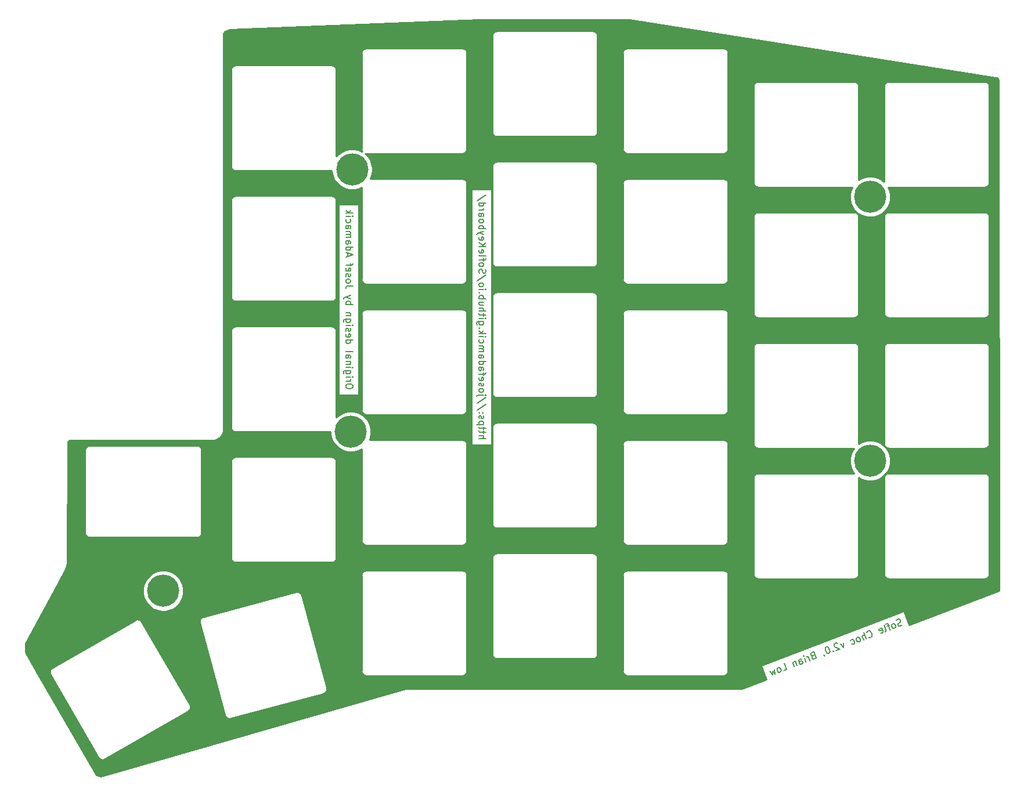
<source format=gbr>
G04 #@! TF.GenerationSoftware,KiCad,Pcbnew,(5.1.9-0-10_14)*
G04 #@! TF.CreationDate,2021-03-05T16:55:28-07:00*
G04 #@! TF.ProjectId,SofleKeyboardTopPlate,536f666c-654b-4657-9962-6f617264546f,rev?*
G04 #@! TF.SameCoordinates,Original*
G04 #@! TF.FileFunction,Copper,L2,Bot*
G04 #@! TF.FilePolarity,Positive*
%FSLAX46Y46*%
G04 Gerber Fmt 4.6, Leading zero omitted, Abs format (unit mm)*
G04 Created by KiCad (PCBNEW (5.1.9-0-10_14)) date 2021-03-05 16:55:28*
%MOMM*%
%LPD*%
G01*
G04 APERTURE LIST*
G04 #@! TA.AperFunction,NonConductor*
%ADD10C,0.200000*%
G04 #@! TD*
G04 #@! TA.AperFunction,NonConductor*
%ADD11C,0.150000*%
G04 #@! TD*
G04 #@! TA.AperFunction,ComponentPad*
%ADD12C,4.700000*%
G04 #@! TD*
G04 #@! TA.AperFunction,NonConductor*
%ADD13C,0.254000*%
G04 #@! TD*
G04 #@! TA.AperFunction,NonConductor*
%ADD14C,0.100000*%
G04 #@! TD*
G04 APERTURE END LIST*
D10*
X131542619Y-90693304D02*
X131542619Y-90502828D01*
X131495000Y-90407590D01*
X131399761Y-90312352D01*
X131209285Y-90264733D01*
X130875952Y-90264733D01*
X130685476Y-90312352D01*
X130590238Y-90407590D01*
X130542619Y-90502828D01*
X130542619Y-90693304D01*
X130590238Y-90788542D01*
X130685476Y-90883780D01*
X130875952Y-90931400D01*
X131209285Y-90931400D01*
X131399761Y-90883780D01*
X131495000Y-90788542D01*
X131542619Y-90693304D01*
X130542619Y-89836161D02*
X131209285Y-89836161D01*
X131018809Y-89836161D02*
X131114047Y-89788542D01*
X131161666Y-89740923D01*
X131209285Y-89645685D01*
X131209285Y-89550447D01*
X130542619Y-89217114D02*
X131209285Y-89217114D01*
X131542619Y-89217114D02*
X131495000Y-89264733D01*
X131447380Y-89217114D01*
X131495000Y-89169495D01*
X131542619Y-89217114D01*
X131447380Y-89217114D01*
X131209285Y-88312352D02*
X130399761Y-88312352D01*
X130304523Y-88359971D01*
X130256904Y-88407590D01*
X130209285Y-88502828D01*
X130209285Y-88645685D01*
X130256904Y-88740923D01*
X130590238Y-88312352D02*
X130542619Y-88407590D01*
X130542619Y-88598066D01*
X130590238Y-88693304D01*
X130637857Y-88740923D01*
X130733095Y-88788542D01*
X131018809Y-88788542D01*
X131114047Y-88740923D01*
X131161666Y-88693304D01*
X131209285Y-88598066D01*
X131209285Y-88407590D01*
X131161666Y-88312352D01*
X130542619Y-87836161D02*
X131209285Y-87836161D01*
X131542619Y-87836161D02*
X131495000Y-87883780D01*
X131447380Y-87836161D01*
X131495000Y-87788542D01*
X131542619Y-87836161D01*
X131447380Y-87836161D01*
X131209285Y-87359971D02*
X130542619Y-87359971D01*
X131114047Y-87359971D02*
X131161666Y-87312352D01*
X131209285Y-87217114D01*
X131209285Y-87074257D01*
X131161666Y-86979019D01*
X131066428Y-86931400D01*
X130542619Y-86931400D01*
X130542619Y-86026638D02*
X131066428Y-86026638D01*
X131161666Y-86074257D01*
X131209285Y-86169495D01*
X131209285Y-86359971D01*
X131161666Y-86455209D01*
X130590238Y-86026638D02*
X130542619Y-86121876D01*
X130542619Y-86359971D01*
X130590238Y-86455209D01*
X130685476Y-86502828D01*
X130780714Y-86502828D01*
X130875952Y-86455209D01*
X130923571Y-86359971D01*
X130923571Y-86121876D01*
X130971190Y-86026638D01*
X130542619Y-85407590D02*
X130590238Y-85502828D01*
X130685476Y-85550447D01*
X131542619Y-85550447D01*
X130542619Y-83836161D02*
X131542619Y-83836161D01*
X130590238Y-83836161D02*
X130542619Y-83931400D01*
X130542619Y-84121876D01*
X130590238Y-84217114D01*
X130637857Y-84264733D01*
X130733095Y-84312352D01*
X131018809Y-84312352D01*
X131114047Y-84264733D01*
X131161666Y-84217114D01*
X131209285Y-84121876D01*
X131209285Y-83931400D01*
X131161666Y-83836161D01*
X130590238Y-82979019D02*
X130542619Y-83074257D01*
X130542619Y-83264733D01*
X130590238Y-83359971D01*
X130685476Y-83407590D01*
X131066428Y-83407590D01*
X131161666Y-83359971D01*
X131209285Y-83264733D01*
X131209285Y-83074257D01*
X131161666Y-82979019D01*
X131066428Y-82931400D01*
X130971190Y-82931400D01*
X130875952Y-83407590D01*
X130590238Y-82550447D02*
X130542619Y-82455209D01*
X130542619Y-82264733D01*
X130590238Y-82169495D01*
X130685476Y-82121876D01*
X130733095Y-82121876D01*
X130828333Y-82169495D01*
X130875952Y-82264733D01*
X130875952Y-82407590D01*
X130923571Y-82502828D01*
X131018809Y-82550447D01*
X131066428Y-82550447D01*
X131161666Y-82502828D01*
X131209285Y-82407590D01*
X131209285Y-82264733D01*
X131161666Y-82169495D01*
X130542619Y-81693304D02*
X131209285Y-81693304D01*
X131542619Y-81693304D02*
X131495000Y-81740923D01*
X131447380Y-81693304D01*
X131495000Y-81645685D01*
X131542619Y-81693304D01*
X131447380Y-81693304D01*
X131209285Y-80788542D02*
X130399761Y-80788542D01*
X130304523Y-80836161D01*
X130256904Y-80883780D01*
X130209285Y-80979019D01*
X130209285Y-81121876D01*
X130256904Y-81217114D01*
X130590238Y-80788542D02*
X130542619Y-80883780D01*
X130542619Y-81074257D01*
X130590238Y-81169495D01*
X130637857Y-81217114D01*
X130733095Y-81264733D01*
X131018809Y-81264733D01*
X131114047Y-81217114D01*
X131161666Y-81169495D01*
X131209285Y-81074257D01*
X131209285Y-80883780D01*
X131161666Y-80788542D01*
X131209285Y-80312352D02*
X130542619Y-80312352D01*
X131114047Y-80312352D02*
X131161666Y-80264733D01*
X131209285Y-80169495D01*
X131209285Y-80026638D01*
X131161666Y-79931400D01*
X131066428Y-79883780D01*
X130542619Y-79883780D01*
X130542619Y-78645685D02*
X131542619Y-78645685D01*
X131161666Y-78645685D02*
X131209285Y-78550447D01*
X131209285Y-78359971D01*
X131161666Y-78264733D01*
X131114047Y-78217114D01*
X131018809Y-78169495D01*
X130733095Y-78169495D01*
X130637857Y-78217114D01*
X130590238Y-78264733D01*
X130542619Y-78359971D01*
X130542619Y-78550447D01*
X130590238Y-78645685D01*
X131209285Y-77836161D02*
X130542619Y-77598066D01*
X131209285Y-77359971D02*
X130542619Y-77598066D01*
X130304523Y-77693304D01*
X130256904Y-77740923D01*
X130209285Y-77836161D01*
X131542619Y-75931400D02*
X130828333Y-75931400D01*
X130685476Y-75979019D01*
X130590238Y-76074257D01*
X130542619Y-76217114D01*
X130542619Y-76312352D01*
X130542619Y-75312352D02*
X130590238Y-75407590D01*
X130637857Y-75455209D01*
X130733095Y-75502828D01*
X131018809Y-75502828D01*
X131114047Y-75455209D01*
X131161666Y-75407590D01*
X131209285Y-75312352D01*
X131209285Y-75169495D01*
X131161666Y-75074257D01*
X131114047Y-75026638D01*
X131018809Y-74979019D01*
X130733095Y-74979019D01*
X130637857Y-75026638D01*
X130590238Y-75074257D01*
X130542619Y-75169495D01*
X130542619Y-75312352D01*
X130590238Y-74598066D02*
X130542619Y-74502828D01*
X130542619Y-74312352D01*
X130590238Y-74217114D01*
X130685476Y-74169495D01*
X130733095Y-74169495D01*
X130828333Y-74217114D01*
X130875952Y-74312352D01*
X130875952Y-74455209D01*
X130923571Y-74550447D01*
X131018809Y-74598066D01*
X131066428Y-74598066D01*
X131161666Y-74550447D01*
X131209285Y-74455209D01*
X131209285Y-74312352D01*
X131161666Y-74217114D01*
X130590238Y-73359971D02*
X130542619Y-73455209D01*
X130542619Y-73645685D01*
X130590238Y-73740923D01*
X130685476Y-73788542D01*
X131066428Y-73788542D01*
X131161666Y-73740923D01*
X131209285Y-73645685D01*
X131209285Y-73455209D01*
X131161666Y-73359971D01*
X131066428Y-73312352D01*
X130971190Y-73312352D01*
X130875952Y-73788542D01*
X131209285Y-73026638D02*
X131209285Y-72645685D01*
X130542619Y-72883780D02*
X131399761Y-72883780D01*
X131495000Y-72836161D01*
X131542619Y-72740923D01*
X131542619Y-72645685D01*
X130828333Y-71598066D02*
X130828333Y-71121876D01*
X130542619Y-71693304D02*
X131542619Y-71359971D01*
X130542619Y-71026638D01*
X130542619Y-70264733D02*
X131542619Y-70264733D01*
X130590238Y-70264733D02*
X130542619Y-70359971D01*
X130542619Y-70550447D01*
X130590238Y-70645685D01*
X130637857Y-70693304D01*
X130733095Y-70740923D01*
X131018809Y-70740923D01*
X131114047Y-70693304D01*
X131161666Y-70645685D01*
X131209285Y-70550447D01*
X131209285Y-70359971D01*
X131161666Y-70264733D01*
X130542619Y-69359971D02*
X131066428Y-69359971D01*
X131161666Y-69407590D01*
X131209285Y-69502828D01*
X131209285Y-69693304D01*
X131161666Y-69788542D01*
X130590238Y-69359971D02*
X130542619Y-69455209D01*
X130542619Y-69693304D01*
X130590238Y-69788542D01*
X130685476Y-69836161D01*
X130780714Y-69836161D01*
X130875952Y-69788542D01*
X130923571Y-69693304D01*
X130923571Y-69455209D01*
X130971190Y-69359971D01*
X130542619Y-68883780D02*
X131209285Y-68883780D01*
X131114047Y-68883780D02*
X131161666Y-68836161D01*
X131209285Y-68740923D01*
X131209285Y-68598066D01*
X131161666Y-68502828D01*
X131066428Y-68455209D01*
X130542619Y-68455209D01*
X131066428Y-68455209D02*
X131161666Y-68407590D01*
X131209285Y-68312352D01*
X131209285Y-68169495D01*
X131161666Y-68074257D01*
X131066428Y-68026638D01*
X130542619Y-68026638D01*
X130542619Y-67121876D02*
X131066428Y-67121876D01*
X131161666Y-67169495D01*
X131209285Y-67264733D01*
X131209285Y-67455209D01*
X131161666Y-67550447D01*
X130590238Y-67121876D02*
X130542619Y-67217114D01*
X130542619Y-67455209D01*
X130590238Y-67550447D01*
X130685476Y-67598066D01*
X130780714Y-67598066D01*
X130875952Y-67550447D01*
X130923571Y-67455209D01*
X130923571Y-67217114D01*
X130971190Y-67121876D01*
X130590238Y-66217114D02*
X130542619Y-66312352D01*
X130542619Y-66502828D01*
X130590238Y-66598066D01*
X130637857Y-66645685D01*
X130733095Y-66693304D01*
X131018809Y-66693304D01*
X131114047Y-66645685D01*
X131161666Y-66598066D01*
X131209285Y-66502828D01*
X131209285Y-66312352D01*
X131161666Y-66217114D01*
X130542619Y-65788542D02*
X131209285Y-65788542D01*
X131542619Y-65788542D02*
X131495000Y-65836161D01*
X131447380Y-65788542D01*
X131495000Y-65740923D01*
X131542619Y-65788542D01*
X131447380Y-65788542D01*
X130542619Y-65312352D02*
X131542619Y-65312352D01*
X130923571Y-65217114D02*
X130542619Y-64931400D01*
X131209285Y-64931400D02*
X130828333Y-65312352D01*
D11*
X149942619Y-98214285D02*
X150942619Y-98214285D01*
X149942619Y-97785714D02*
X150466428Y-97785714D01*
X150561666Y-97833333D01*
X150609285Y-97928571D01*
X150609285Y-98071428D01*
X150561666Y-98166666D01*
X150514047Y-98214285D01*
X150609285Y-97452380D02*
X150609285Y-97071428D01*
X150942619Y-97309523D02*
X150085476Y-97309523D01*
X149990238Y-97261904D01*
X149942619Y-97166666D01*
X149942619Y-97071428D01*
X150609285Y-96880952D02*
X150609285Y-96500000D01*
X150942619Y-96738095D02*
X150085476Y-96738095D01*
X149990238Y-96690476D01*
X149942619Y-96595238D01*
X149942619Y-96500000D01*
X150609285Y-96166666D02*
X149609285Y-96166666D01*
X150561666Y-96166666D02*
X150609285Y-96071428D01*
X150609285Y-95880952D01*
X150561666Y-95785714D01*
X150514047Y-95738095D01*
X150418809Y-95690476D01*
X150133095Y-95690476D01*
X150037857Y-95738095D01*
X149990238Y-95785714D01*
X149942619Y-95880952D01*
X149942619Y-96071428D01*
X149990238Y-96166666D01*
X149990238Y-95309523D02*
X149942619Y-95214285D01*
X149942619Y-95023809D01*
X149990238Y-94928571D01*
X150085476Y-94880952D01*
X150133095Y-94880952D01*
X150228333Y-94928571D01*
X150275952Y-95023809D01*
X150275952Y-95166666D01*
X150323571Y-95261904D01*
X150418809Y-95309523D01*
X150466428Y-95309523D01*
X150561666Y-95261904D01*
X150609285Y-95166666D01*
X150609285Y-95023809D01*
X150561666Y-94928571D01*
X150037857Y-94452380D02*
X149990238Y-94404761D01*
X149942619Y-94452380D01*
X149990238Y-94500000D01*
X150037857Y-94452380D01*
X149942619Y-94452380D01*
X150561666Y-94452380D02*
X150514047Y-94404761D01*
X150466428Y-94452380D01*
X150514047Y-94500000D01*
X150561666Y-94452380D01*
X150466428Y-94452380D01*
X150990238Y-93261904D02*
X149704523Y-94119047D01*
X150990238Y-92214285D02*
X149704523Y-93071428D01*
X150609285Y-91880952D02*
X149752142Y-91880952D01*
X149656904Y-91928571D01*
X149609285Y-92023809D01*
X149609285Y-92071428D01*
X150942619Y-91880952D02*
X150895000Y-91928571D01*
X150847380Y-91880952D01*
X150895000Y-91833333D01*
X150942619Y-91880952D01*
X150847380Y-91880952D01*
X149942619Y-91261904D02*
X149990238Y-91357142D01*
X150037857Y-91404761D01*
X150133095Y-91452380D01*
X150418809Y-91452380D01*
X150514047Y-91404761D01*
X150561666Y-91357142D01*
X150609285Y-91261904D01*
X150609285Y-91119047D01*
X150561666Y-91023809D01*
X150514047Y-90976190D01*
X150418809Y-90928571D01*
X150133095Y-90928571D01*
X150037857Y-90976190D01*
X149990238Y-91023809D01*
X149942619Y-91119047D01*
X149942619Y-91261904D01*
X149990238Y-90547619D02*
X149942619Y-90452380D01*
X149942619Y-90261904D01*
X149990238Y-90166666D01*
X150085476Y-90119047D01*
X150133095Y-90119047D01*
X150228333Y-90166666D01*
X150275952Y-90261904D01*
X150275952Y-90404761D01*
X150323571Y-90500000D01*
X150418809Y-90547619D01*
X150466428Y-90547619D01*
X150561666Y-90500000D01*
X150609285Y-90404761D01*
X150609285Y-90261904D01*
X150561666Y-90166666D01*
X149990238Y-89309523D02*
X149942619Y-89404761D01*
X149942619Y-89595238D01*
X149990238Y-89690476D01*
X150085476Y-89738095D01*
X150466428Y-89738095D01*
X150561666Y-89690476D01*
X150609285Y-89595238D01*
X150609285Y-89404761D01*
X150561666Y-89309523D01*
X150466428Y-89261904D01*
X150371190Y-89261904D01*
X150275952Y-89738095D01*
X150609285Y-88976190D02*
X150609285Y-88595238D01*
X149942619Y-88833333D02*
X150799761Y-88833333D01*
X150895000Y-88785714D01*
X150942619Y-88690476D01*
X150942619Y-88595238D01*
X149942619Y-87833333D02*
X150466428Y-87833333D01*
X150561666Y-87880952D01*
X150609285Y-87976190D01*
X150609285Y-88166666D01*
X150561666Y-88261904D01*
X149990238Y-87833333D02*
X149942619Y-87928571D01*
X149942619Y-88166666D01*
X149990238Y-88261904D01*
X150085476Y-88309523D01*
X150180714Y-88309523D01*
X150275952Y-88261904D01*
X150323571Y-88166666D01*
X150323571Y-87928571D01*
X150371190Y-87833333D01*
X149942619Y-86928571D02*
X150942619Y-86928571D01*
X149990238Y-86928571D02*
X149942619Y-87023809D01*
X149942619Y-87214285D01*
X149990238Y-87309523D01*
X150037857Y-87357142D01*
X150133095Y-87404761D01*
X150418809Y-87404761D01*
X150514047Y-87357142D01*
X150561666Y-87309523D01*
X150609285Y-87214285D01*
X150609285Y-87023809D01*
X150561666Y-86928571D01*
X149942619Y-86023809D02*
X150466428Y-86023809D01*
X150561666Y-86071428D01*
X150609285Y-86166666D01*
X150609285Y-86357142D01*
X150561666Y-86452380D01*
X149990238Y-86023809D02*
X149942619Y-86119047D01*
X149942619Y-86357142D01*
X149990238Y-86452380D01*
X150085476Y-86500000D01*
X150180714Y-86500000D01*
X150275952Y-86452380D01*
X150323571Y-86357142D01*
X150323571Y-86119047D01*
X150371190Y-86023809D01*
X149942619Y-85547619D02*
X150609285Y-85547619D01*
X150514047Y-85547619D02*
X150561666Y-85500000D01*
X150609285Y-85404761D01*
X150609285Y-85261904D01*
X150561666Y-85166666D01*
X150466428Y-85119047D01*
X149942619Y-85119047D01*
X150466428Y-85119047D02*
X150561666Y-85071428D01*
X150609285Y-84976190D01*
X150609285Y-84833333D01*
X150561666Y-84738095D01*
X150466428Y-84690476D01*
X149942619Y-84690476D01*
X149990238Y-83785714D02*
X149942619Y-83880952D01*
X149942619Y-84071428D01*
X149990238Y-84166666D01*
X150037857Y-84214285D01*
X150133095Y-84261904D01*
X150418809Y-84261904D01*
X150514047Y-84214285D01*
X150561666Y-84166666D01*
X150609285Y-84071428D01*
X150609285Y-83880952D01*
X150561666Y-83785714D01*
X149942619Y-83357142D02*
X150609285Y-83357142D01*
X150942619Y-83357142D02*
X150895000Y-83404761D01*
X150847380Y-83357142D01*
X150895000Y-83309523D01*
X150942619Y-83357142D01*
X150847380Y-83357142D01*
X149942619Y-82880952D02*
X150942619Y-82880952D01*
X150323571Y-82785714D02*
X149942619Y-82500000D01*
X150609285Y-82500000D02*
X150228333Y-82880952D01*
X150037857Y-82071428D02*
X149990238Y-82023809D01*
X149942619Y-82071428D01*
X149990238Y-82119047D01*
X150037857Y-82071428D01*
X149942619Y-82071428D01*
X150609285Y-81166666D02*
X149799761Y-81166666D01*
X149704523Y-81214285D01*
X149656904Y-81261904D01*
X149609285Y-81357142D01*
X149609285Y-81500000D01*
X149656904Y-81595238D01*
X149990238Y-81166666D02*
X149942619Y-81261904D01*
X149942619Y-81452380D01*
X149990238Y-81547619D01*
X150037857Y-81595238D01*
X150133095Y-81642857D01*
X150418809Y-81642857D01*
X150514047Y-81595238D01*
X150561666Y-81547619D01*
X150609285Y-81452380D01*
X150609285Y-81261904D01*
X150561666Y-81166666D01*
X149942619Y-80690476D02*
X150609285Y-80690476D01*
X150942619Y-80690476D02*
X150895000Y-80738095D01*
X150847380Y-80690476D01*
X150895000Y-80642857D01*
X150942619Y-80690476D01*
X150847380Y-80690476D01*
X150609285Y-80357142D02*
X150609285Y-79976190D01*
X150942619Y-80214285D02*
X150085476Y-80214285D01*
X149990238Y-80166666D01*
X149942619Y-80071428D01*
X149942619Y-79976190D01*
X149942619Y-79642857D02*
X150942619Y-79642857D01*
X149942619Y-79214285D02*
X150466428Y-79214285D01*
X150561666Y-79261904D01*
X150609285Y-79357142D01*
X150609285Y-79500000D01*
X150561666Y-79595238D01*
X150514047Y-79642857D01*
X150609285Y-78309523D02*
X149942619Y-78309523D01*
X150609285Y-78738095D02*
X150085476Y-78738095D01*
X149990238Y-78690476D01*
X149942619Y-78595238D01*
X149942619Y-78452380D01*
X149990238Y-78357142D01*
X150037857Y-78309523D01*
X149942619Y-77833333D02*
X150942619Y-77833333D01*
X150561666Y-77833333D02*
X150609285Y-77738095D01*
X150609285Y-77547619D01*
X150561666Y-77452380D01*
X150514047Y-77404761D01*
X150418809Y-77357142D01*
X150133095Y-77357142D01*
X150037857Y-77404761D01*
X149990238Y-77452380D01*
X149942619Y-77547619D01*
X149942619Y-77738095D01*
X149990238Y-77833333D01*
X150037857Y-76928571D02*
X149990238Y-76880952D01*
X149942619Y-76928571D01*
X149990238Y-76976190D01*
X150037857Y-76928571D01*
X149942619Y-76928571D01*
X149942619Y-76452380D02*
X150609285Y-76452380D01*
X150942619Y-76452380D02*
X150895000Y-76500000D01*
X150847380Y-76452380D01*
X150895000Y-76404761D01*
X150942619Y-76452380D01*
X150847380Y-76452380D01*
X149942619Y-75833333D02*
X149990238Y-75928571D01*
X150037857Y-75976190D01*
X150133095Y-76023809D01*
X150418809Y-76023809D01*
X150514047Y-75976190D01*
X150561666Y-75928571D01*
X150609285Y-75833333D01*
X150609285Y-75690476D01*
X150561666Y-75595238D01*
X150514047Y-75547619D01*
X150418809Y-75500000D01*
X150133095Y-75500000D01*
X150037857Y-75547619D01*
X149990238Y-75595238D01*
X149942619Y-75690476D01*
X149942619Y-75833333D01*
X150990238Y-74357142D02*
X149704523Y-75214285D01*
X149990238Y-74071428D02*
X149942619Y-73928571D01*
X149942619Y-73690476D01*
X149990238Y-73595238D01*
X150037857Y-73547619D01*
X150133095Y-73500000D01*
X150228333Y-73500000D01*
X150323571Y-73547619D01*
X150371190Y-73595238D01*
X150418809Y-73690476D01*
X150466428Y-73880952D01*
X150514047Y-73976190D01*
X150561666Y-74023809D01*
X150656904Y-74071428D01*
X150752142Y-74071428D01*
X150847380Y-74023809D01*
X150895000Y-73976190D01*
X150942619Y-73880952D01*
X150942619Y-73642857D01*
X150895000Y-73500000D01*
X149942619Y-72928571D02*
X149990238Y-73023809D01*
X150037857Y-73071428D01*
X150133095Y-73119047D01*
X150418809Y-73119047D01*
X150514047Y-73071428D01*
X150561666Y-73023809D01*
X150609285Y-72928571D01*
X150609285Y-72785714D01*
X150561666Y-72690476D01*
X150514047Y-72642857D01*
X150418809Y-72595238D01*
X150133095Y-72595238D01*
X150037857Y-72642857D01*
X149990238Y-72690476D01*
X149942619Y-72785714D01*
X149942619Y-72928571D01*
X150609285Y-72309523D02*
X150609285Y-71928571D01*
X149942619Y-72166666D02*
X150799761Y-72166666D01*
X150895000Y-72119047D01*
X150942619Y-72023809D01*
X150942619Y-71928571D01*
X149942619Y-71452380D02*
X149990238Y-71547619D01*
X150085476Y-71595238D01*
X150942619Y-71595238D01*
X149990238Y-70690476D02*
X149942619Y-70785714D01*
X149942619Y-70976190D01*
X149990238Y-71071428D01*
X150085476Y-71119047D01*
X150466428Y-71119047D01*
X150561666Y-71071428D01*
X150609285Y-70976190D01*
X150609285Y-70785714D01*
X150561666Y-70690476D01*
X150466428Y-70642857D01*
X150371190Y-70642857D01*
X150275952Y-71119047D01*
X149942619Y-70214285D02*
X150942619Y-70214285D01*
X149942619Y-69642857D02*
X150514047Y-70071428D01*
X150942619Y-69642857D02*
X150371190Y-70214285D01*
X149990238Y-68833333D02*
X149942619Y-68928571D01*
X149942619Y-69119047D01*
X149990238Y-69214285D01*
X150085476Y-69261904D01*
X150466428Y-69261904D01*
X150561666Y-69214285D01*
X150609285Y-69119047D01*
X150609285Y-68928571D01*
X150561666Y-68833333D01*
X150466428Y-68785714D01*
X150371190Y-68785714D01*
X150275952Y-69261904D01*
X150609285Y-68452380D02*
X149942619Y-68214285D01*
X150609285Y-67976190D02*
X149942619Y-68214285D01*
X149704523Y-68309523D01*
X149656904Y-68357142D01*
X149609285Y-68452380D01*
X149942619Y-67595238D02*
X150942619Y-67595238D01*
X150561666Y-67595238D02*
X150609285Y-67500000D01*
X150609285Y-67309523D01*
X150561666Y-67214285D01*
X150514047Y-67166666D01*
X150418809Y-67119047D01*
X150133095Y-67119047D01*
X150037857Y-67166666D01*
X149990238Y-67214285D01*
X149942619Y-67309523D01*
X149942619Y-67500000D01*
X149990238Y-67595238D01*
X149942619Y-66547619D02*
X149990238Y-66642857D01*
X150037857Y-66690476D01*
X150133095Y-66738095D01*
X150418809Y-66738095D01*
X150514047Y-66690476D01*
X150561666Y-66642857D01*
X150609285Y-66547619D01*
X150609285Y-66404761D01*
X150561666Y-66309523D01*
X150514047Y-66261904D01*
X150418809Y-66214285D01*
X150133095Y-66214285D01*
X150037857Y-66261904D01*
X149990238Y-66309523D01*
X149942619Y-66404761D01*
X149942619Y-66547619D01*
X149942619Y-65357142D02*
X150466428Y-65357142D01*
X150561666Y-65404761D01*
X150609285Y-65500000D01*
X150609285Y-65690476D01*
X150561666Y-65785714D01*
X149990238Y-65357142D02*
X149942619Y-65452380D01*
X149942619Y-65690476D01*
X149990238Y-65785714D01*
X150085476Y-65833333D01*
X150180714Y-65833333D01*
X150275952Y-65785714D01*
X150323571Y-65690476D01*
X150323571Y-65452380D01*
X150371190Y-65357142D01*
X149942619Y-64880952D02*
X150609285Y-64880952D01*
X150418809Y-64880952D02*
X150514047Y-64833333D01*
X150561666Y-64785714D01*
X150609285Y-64690476D01*
X150609285Y-64595238D01*
X149942619Y-63833333D02*
X150942619Y-63833333D01*
X149990238Y-63833333D02*
X149942619Y-63928571D01*
X149942619Y-64119047D01*
X149990238Y-64214285D01*
X150037857Y-64261904D01*
X150133095Y-64309523D01*
X150418809Y-64309523D01*
X150514047Y-64261904D01*
X150561666Y-64214285D01*
X150609285Y-64119047D01*
X150609285Y-63928571D01*
X150561666Y-63833333D01*
X150990238Y-62642857D02*
X149704523Y-63500000D01*
D10*
X211675910Y-125412405D02*
X211559607Y-125508056D01*
X211337326Y-125593382D01*
X211231348Y-125583056D01*
X211169827Y-125555665D01*
X211091240Y-125483818D01*
X211057110Y-125394905D01*
X211067436Y-125288928D01*
X211094827Y-125227406D01*
X211166674Y-125148820D01*
X211327434Y-125036103D01*
X211399281Y-124957517D01*
X211426673Y-124895995D01*
X211436998Y-124790018D01*
X211402868Y-124701105D01*
X211324282Y-124629258D01*
X211262760Y-124601867D01*
X211156783Y-124591541D01*
X210934502Y-124676867D01*
X210818198Y-124772518D01*
X210626026Y-125866424D02*
X210697874Y-125787838D01*
X210725265Y-125726316D01*
X210735591Y-125620339D01*
X210633200Y-125353602D01*
X210554613Y-125281754D01*
X210493092Y-125254363D01*
X210387115Y-125244037D01*
X210253746Y-125295233D01*
X210181899Y-125373819D01*
X210154508Y-125435341D01*
X210144182Y-125541318D01*
X210246572Y-125808055D01*
X210325159Y-125879903D01*
X210386680Y-125907294D01*
X210492658Y-125917620D01*
X210626026Y-125866424D01*
X209809184Y-125465884D02*
X209453534Y-125602405D01*
X209914727Y-126139466D02*
X209607555Y-125339255D01*
X209528968Y-125267407D01*
X209422991Y-125257081D01*
X209334078Y-125291212D01*
X209247884Y-126395444D02*
X209319731Y-126316857D01*
X209330057Y-126210880D01*
X209022885Y-125410668D01*
X208519519Y-126624030D02*
X208625497Y-126634356D01*
X208803322Y-126566095D01*
X208875169Y-126487509D01*
X208885495Y-126381531D01*
X208748974Y-126025881D01*
X208670387Y-125954034D01*
X208564410Y-125943708D01*
X208386585Y-126011969D01*
X208314738Y-126090555D01*
X208304412Y-126196533D01*
X208338542Y-126285445D01*
X208817234Y-126203706D01*
X206813118Y-127228049D02*
X206874640Y-127255440D01*
X207025073Y-127248701D01*
X207113986Y-127214570D01*
X207230289Y-127118919D01*
X207285071Y-126995876D01*
X207295397Y-126889898D01*
X207271593Y-126695008D01*
X207220398Y-126561640D01*
X207107681Y-126400880D01*
X207029094Y-126329033D01*
X206906052Y-126274251D01*
X206755618Y-126280990D01*
X206666705Y-126315120D01*
X206550402Y-126410772D01*
X206523011Y-126472293D01*
X206447143Y-127470547D02*
X206088775Y-126536967D01*
X206047037Y-127624134D02*
X205859320Y-127135115D01*
X205869646Y-127029138D01*
X205941493Y-126950551D01*
X206074862Y-126899356D01*
X206180840Y-126909682D01*
X206242361Y-126937073D01*
X205469106Y-127845981D02*
X205540953Y-127767394D01*
X205568344Y-127705873D01*
X205578670Y-127599895D01*
X205476279Y-127333158D01*
X205397693Y-127261311D01*
X205336172Y-127233920D01*
X205230194Y-127223594D01*
X205096825Y-127274789D01*
X205024978Y-127353376D01*
X204997587Y-127414897D01*
X204987261Y-127520874D01*
X205089652Y-127787612D01*
X205168238Y-127859459D01*
X205229760Y-127886850D01*
X205335737Y-127897176D01*
X205469106Y-127845981D01*
X204340636Y-128228153D02*
X204446613Y-128238479D01*
X204624438Y-128170218D01*
X204696285Y-128091632D01*
X204723676Y-128030110D01*
X204734002Y-127924133D01*
X204631611Y-127657396D01*
X204553025Y-127585548D01*
X204491504Y-127558157D01*
X204385526Y-127547831D01*
X204207701Y-127616092D01*
X204135854Y-127694678D01*
X203096296Y-128042720D02*
X203112927Y-128750433D01*
X202651734Y-128213372D01*
X202255215Y-128110547D02*
X202193693Y-128083156D01*
X202087716Y-128072830D01*
X201865435Y-128158155D01*
X201793587Y-128236742D01*
X201766196Y-128298263D01*
X201755870Y-128404241D01*
X201790001Y-128493153D01*
X201885652Y-128609457D01*
X202623909Y-128938150D01*
X202045978Y-129159996D01*
X201611742Y-129224670D02*
X201584351Y-129286192D01*
X201645872Y-129313583D01*
X201673263Y-129252061D01*
X201611742Y-129224670D01*
X201645872Y-129313583D01*
X200665117Y-128618914D02*
X200576205Y-128653044D01*
X200504357Y-128731631D01*
X200476966Y-128793152D01*
X200466640Y-128899130D01*
X200490445Y-129094020D01*
X200575770Y-129316301D01*
X200688487Y-129477061D01*
X200767074Y-129548908D01*
X200828595Y-129576299D01*
X200934573Y-129586625D01*
X201023485Y-129552495D01*
X201095332Y-129473908D01*
X201122723Y-129412387D01*
X201133049Y-129306409D01*
X201109245Y-129111519D01*
X201023919Y-128889238D01*
X200911202Y-128728478D01*
X200832616Y-128656631D01*
X200771095Y-128629240D01*
X200665117Y-128618914D01*
X200250664Y-129798146D02*
X200267729Y-129842602D01*
X200346316Y-129914449D01*
X200407837Y-129941840D01*
X198657414Y-129899668D02*
X198541111Y-129995320D01*
X198513720Y-130056841D01*
X198503394Y-130162819D01*
X198554589Y-130296187D01*
X198633176Y-130368035D01*
X198694697Y-130395426D01*
X198800674Y-130405752D01*
X199156324Y-130269230D01*
X198797956Y-129335650D01*
X198486763Y-129455106D01*
X198414915Y-129533693D01*
X198387524Y-129595214D01*
X198377198Y-129701191D01*
X198411329Y-129790104D01*
X198489915Y-129861951D01*
X198551437Y-129889342D01*
X198657414Y-129899668D01*
X198968608Y-129780212D01*
X198222744Y-130627598D02*
X197983832Y-130005211D01*
X198052092Y-130183036D02*
X197973506Y-130111189D01*
X197911984Y-130083798D01*
X197806007Y-130073472D01*
X197717094Y-130107602D01*
X197644813Y-130849445D02*
X197405901Y-130227058D01*
X197286445Y-129915865D02*
X197347966Y-129943256D01*
X197320575Y-130004777D01*
X197259054Y-129977386D01*
X197286445Y-129915865D01*
X197320575Y-130004777D01*
X196800145Y-131173683D02*
X196612428Y-130684665D01*
X196622754Y-130578687D01*
X196694602Y-130500101D01*
X196872426Y-130431840D01*
X196978404Y-130442166D01*
X196783080Y-131129227D02*
X196889057Y-131139553D01*
X197111338Y-131054227D01*
X197183186Y-130975640D01*
X197193512Y-130869663D01*
X197159381Y-130780750D01*
X197080795Y-130708903D01*
X196974817Y-130698577D01*
X196752536Y-130783903D01*
X196646559Y-130773577D01*
X196116671Y-130721947D02*
X196355583Y-131344334D01*
X196150801Y-130810860D02*
X196089280Y-130783469D01*
X195983302Y-130773143D01*
X195849934Y-130824338D01*
X195778086Y-130902925D01*
X195767760Y-131008902D01*
X195955477Y-131497921D01*
X194355053Y-132112266D02*
X194799615Y-131941614D01*
X194441247Y-131008034D01*
X193910491Y-132282917D02*
X193982339Y-132204331D01*
X194009730Y-132142809D01*
X194020056Y-132036832D01*
X193917665Y-131770094D01*
X193839078Y-131698247D01*
X193777557Y-131670856D01*
X193671579Y-131660530D01*
X193538211Y-131711726D01*
X193466363Y-131790312D01*
X193438972Y-131851833D01*
X193428646Y-131957811D01*
X193531037Y-132224548D01*
X193609624Y-132296395D01*
X193671145Y-132323787D01*
X193777123Y-132334112D01*
X193910491Y-132282917D01*
X193049192Y-131899442D02*
X193110279Y-132590090D01*
X192761803Y-132213788D01*
X192754630Y-132726611D01*
X192337893Y-132172484D01*
D12*
X103897800Y-120441400D03*
X131252800Y-97216400D03*
X206995000Y-101445000D03*
X131452800Y-58936400D03*
X206995000Y-62945000D03*
D13*
X225331807Y-45561746D02*
X225442617Y-45590115D01*
X225516481Y-45623972D01*
X225582585Y-45669767D01*
X225639771Y-45726261D01*
X225686436Y-45791768D01*
X225721105Y-45864343D01*
X225742732Y-45942657D01*
X225753192Y-46058012D01*
X225780002Y-120446646D01*
X212681201Y-125448799D01*
X211891357Y-123391186D01*
X191091629Y-131375453D01*
X191867647Y-133397050D01*
X188298580Y-134760000D01*
X139153838Y-134760000D01*
X139091265Y-134759123D01*
X139053284Y-134766126D01*
X139014845Y-134769912D01*
X138954927Y-134788088D01*
X94859605Y-147492335D01*
X94515432Y-147429758D01*
X94238912Y-147337584D01*
X94079990Y-147201366D01*
X85460882Y-132233548D01*
X87348756Y-132233548D01*
X87353235Y-132370375D01*
X87384322Y-132503702D01*
X87440823Y-132628402D01*
X87460800Y-132656280D01*
X94426671Y-144721525D01*
X94440823Y-144752758D01*
X94460796Y-144780631D01*
X94460801Y-144780639D01*
X94495251Y-144828713D01*
X94520566Y-144864040D01*
X94620487Y-144957626D01*
X94647594Y-144974482D01*
X94736743Y-145029919D01*
X94864872Y-145078144D01*
X94999947Y-145100444D01*
X94999948Y-145100444D01*
X95136775Y-145095965D01*
X95270102Y-145064878D01*
X95363560Y-145022533D01*
X95363571Y-145022527D01*
X95394802Y-145008376D01*
X95422673Y-144988404D01*
X107487933Y-138022524D01*
X107519158Y-138008376D01*
X107547024Y-137988408D01*
X107547039Y-137988399D01*
X107630439Y-137928635D01*
X107724025Y-137828714D01*
X107796319Y-137712457D01*
X107844544Y-137584328D01*
X107866844Y-137449253D01*
X107862365Y-137312425D01*
X107831277Y-137179098D01*
X107831277Y-137179097D01*
X107788933Y-137085639D01*
X107788924Y-137085624D01*
X107774776Y-137054398D01*
X107754807Y-137026531D01*
X100788928Y-124961275D01*
X100778077Y-124937327D01*
X109227720Y-124937327D01*
X109244433Y-125038560D01*
X109244435Y-125038566D01*
X109250021Y-125072402D01*
X109262101Y-125104497D01*
X112867903Y-138561534D01*
X112873488Y-138595363D01*
X112885566Y-138627453D01*
X112885569Y-138627465D01*
X112921711Y-138723492D01*
X112994005Y-138839750D01*
X113087590Y-138939670D01*
X113198871Y-139019414D01*
X113323572Y-139075914D01*
X113456898Y-139107001D01*
X113593727Y-139111481D01*
X113728802Y-139089180D01*
X113760908Y-139077096D01*
X127217924Y-135471300D01*
X127251763Y-135465713D01*
X127283863Y-135453632D01*
X127283865Y-135453631D01*
X127379892Y-135417489D01*
X127496150Y-135345195D01*
X127596070Y-135251610D01*
X127675814Y-135140329D01*
X127732314Y-135015628D01*
X127763401Y-134882302D01*
X127767881Y-134745473D01*
X127745580Y-134610398D01*
X127733496Y-134578292D01*
X124127701Y-121121286D01*
X124122113Y-121087437D01*
X124073889Y-120959308D01*
X124001594Y-120843050D01*
X123908009Y-120743130D01*
X123796728Y-120663387D01*
X123672028Y-120606886D01*
X123538702Y-120575799D01*
X123401873Y-120571320D01*
X123401872Y-120571320D01*
X123300640Y-120588033D01*
X123300634Y-120588035D01*
X123266798Y-120593621D01*
X123234702Y-120605701D01*
X109777676Y-124211501D01*
X109743837Y-124217088D01*
X109711738Y-124229169D01*
X109711735Y-124229170D01*
X109615709Y-124265312D01*
X109499450Y-124337606D01*
X109399530Y-124431191D01*
X109319787Y-124542472D01*
X109263286Y-124667173D01*
X109232199Y-124800498D01*
X109227720Y-124937327D01*
X100778077Y-124937327D01*
X100774776Y-124930042D01*
X100754803Y-124902169D01*
X100754798Y-124902161D01*
X100695034Y-124818760D01*
X100595113Y-124725174D01*
X100478855Y-124652881D01*
X100350727Y-124604656D01*
X100215652Y-124582356D01*
X100078823Y-124586835D01*
X100028405Y-124598591D01*
X99945498Y-124617922D01*
X99908794Y-124634552D01*
X99852039Y-124660267D01*
X99852032Y-124660271D01*
X99820798Y-124674423D01*
X99792924Y-124694397D01*
X87727683Y-131660268D01*
X87696442Y-131674423D01*
X87668562Y-131694402D01*
X87668561Y-131694402D01*
X87585160Y-131754166D01*
X87491574Y-131854087D01*
X87419281Y-131970345D01*
X87371056Y-132098473D01*
X87348756Y-132233548D01*
X85460882Y-132233548D01*
X83928274Y-129572044D01*
X83821687Y-129216756D01*
X83780000Y-128716515D01*
X83780000Y-128412828D01*
X83846575Y-128079954D01*
X88126463Y-120147403D01*
X100912800Y-120147403D01*
X100912800Y-120735397D01*
X101027512Y-121312092D01*
X101252527Y-121855328D01*
X101579199Y-122344226D01*
X101994974Y-122760001D01*
X102483872Y-123086673D01*
X103027108Y-123311688D01*
X103603803Y-123426400D01*
X104191797Y-123426400D01*
X104768492Y-123311688D01*
X105311728Y-123086673D01*
X105800626Y-122760001D01*
X106216401Y-122344226D01*
X106543073Y-121855328D01*
X106768088Y-121312092D01*
X106882800Y-120735397D01*
X106882800Y-120147403D01*
X106768088Y-119570708D01*
X106543073Y-119027472D01*
X106216401Y-118538574D01*
X105819227Y-118141400D01*
X132799438Y-118141400D01*
X132802800Y-118175535D01*
X132802801Y-132107255D01*
X132799438Y-132141400D01*
X132812857Y-132277644D01*
X132852598Y-132408652D01*
X132917133Y-132529389D01*
X133003983Y-132635217D01*
X133109811Y-132722067D01*
X133230548Y-132786602D01*
X133361556Y-132826343D01*
X133463665Y-132836400D01*
X133463666Y-132836400D01*
X133497800Y-132839762D01*
X133531935Y-132836400D01*
X147463665Y-132836400D01*
X147497800Y-132839762D01*
X147531934Y-132836400D01*
X147531935Y-132836400D01*
X147634044Y-132826343D01*
X147765052Y-132786602D01*
X147885789Y-132722067D01*
X147991617Y-132635217D01*
X148078467Y-132529389D01*
X148143002Y-132408652D01*
X148182743Y-132277644D01*
X148196162Y-132141400D01*
X148192800Y-132107265D01*
X148192800Y-118175535D01*
X148196162Y-118141400D01*
X148182743Y-118005156D01*
X148143002Y-117874148D01*
X148078467Y-117753411D01*
X147991617Y-117647583D01*
X147885789Y-117560733D01*
X147765052Y-117496198D01*
X147634044Y-117456457D01*
X147531935Y-117446400D01*
X147497800Y-117443038D01*
X147463666Y-117446400D01*
X133531934Y-117446400D01*
X133497800Y-117443038D01*
X133463665Y-117446400D01*
X133361556Y-117456457D01*
X133230548Y-117496198D01*
X133109811Y-117560733D01*
X133003983Y-117647583D01*
X132917133Y-117753411D01*
X132852598Y-117874148D01*
X132812857Y-118005156D01*
X132799438Y-118141400D01*
X105819227Y-118141400D01*
X105800626Y-118122799D01*
X105311728Y-117796127D01*
X104768492Y-117571112D01*
X104191797Y-117456400D01*
X103603803Y-117456400D01*
X103027108Y-117571112D01*
X102483872Y-117796127D01*
X101994974Y-118122799D01*
X101579199Y-118538574D01*
X101252527Y-119027472D01*
X101027512Y-119570708D01*
X100912800Y-120147403D01*
X88126463Y-120147403D01*
X89578074Y-117456918D01*
X89592980Y-117435873D01*
X89610021Y-117397706D01*
X89613829Y-117390648D01*
X89623760Y-117366935D01*
X89634207Y-117343536D01*
X89636735Y-117335952D01*
X89652891Y-117297374D01*
X89658024Y-117272087D01*
X89835310Y-116740230D01*
X89850164Y-116706034D01*
X89863713Y-116643522D01*
X89877908Y-116581090D01*
X89878923Y-116543817D01*
X89943563Y-115985526D01*
X89945109Y-115980460D01*
X89951310Y-115918616D01*
X89954581Y-115890360D01*
X89954671Y-115885087D01*
X89955197Y-115879842D01*
X89955247Y-115851414D01*
X89956309Y-115789252D01*
X89955364Y-115784038D01*
X89983002Y-99945000D01*
X92481565Y-99945000D01*
X92485000Y-99979877D01*
X92485001Y-111910113D01*
X92481565Y-111945000D01*
X92495273Y-112084184D01*
X92535872Y-112218020D01*
X92601800Y-112341363D01*
X92690525Y-112449475D01*
X92798637Y-112538200D01*
X92921980Y-112604128D01*
X93055816Y-112644727D01*
X93160123Y-112655000D01*
X93195000Y-112658435D01*
X93229877Y-112655000D01*
X108760123Y-112655000D01*
X108795000Y-112658435D01*
X108829877Y-112655000D01*
X108934184Y-112644727D01*
X109068020Y-112604128D01*
X109191363Y-112538200D01*
X109299475Y-112449475D01*
X109388200Y-112341363D01*
X109454128Y-112218020D01*
X109494727Y-112084184D01*
X109508435Y-111945000D01*
X109505000Y-111910123D01*
X109505000Y-101591400D01*
X113749438Y-101591400D01*
X113752800Y-101625535D01*
X113752801Y-115557255D01*
X113749438Y-115591400D01*
X113762857Y-115727644D01*
X113802598Y-115858652D01*
X113867133Y-115979389D01*
X113953983Y-116085217D01*
X114059811Y-116172067D01*
X114180548Y-116236602D01*
X114311556Y-116276343D01*
X114413665Y-116286400D01*
X114413666Y-116286400D01*
X114447800Y-116289762D01*
X114481935Y-116286400D01*
X128413665Y-116286400D01*
X128447800Y-116289762D01*
X128481934Y-116286400D01*
X128481935Y-116286400D01*
X128584044Y-116276343D01*
X128715052Y-116236602D01*
X128835789Y-116172067D01*
X128941617Y-116085217D01*
X129028467Y-115979389D01*
X129093002Y-115858652D01*
X129132743Y-115727644D01*
X129141237Y-115641400D01*
X151849438Y-115641400D01*
X151852800Y-115675535D01*
X151852801Y-129607255D01*
X151849438Y-129641400D01*
X151862857Y-129777644D01*
X151902598Y-129908652D01*
X151967133Y-130029389D01*
X152053983Y-130135217D01*
X152159811Y-130222067D01*
X152280548Y-130286602D01*
X152411556Y-130326343D01*
X152513665Y-130336400D01*
X152513666Y-130336400D01*
X152547800Y-130339762D01*
X152581935Y-130336400D01*
X166513665Y-130336400D01*
X166547800Y-130339762D01*
X166581934Y-130336400D01*
X166581935Y-130336400D01*
X166684044Y-130326343D01*
X166815052Y-130286602D01*
X166935789Y-130222067D01*
X167041617Y-130135217D01*
X167128467Y-130029389D01*
X167193002Y-129908652D01*
X167232743Y-129777644D01*
X167246162Y-129641400D01*
X167242800Y-129607265D01*
X167242800Y-118141400D01*
X170899438Y-118141400D01*
X170902800Y-118175535D01*
X170902801Y-132107255D01*
X170899438Y-132141400D01*
X170912857Y-132277644D01*
X170952598Y-132408652D01*
X171017133Y-132529389D01*
X171103983Y-132635217D01*
X171209811Y-132722067D01*
X171330548Y-132786602D01*
X171461556Y-132826343D01*
X171563665Y-132836400D01*
X171563666Y-132836400D01*
X171597800Y-132839762D01*
X171631935Y-132836400D01*
X185563665Y-132836400D01*
X185597800Y-132839762D01*
X185631934Y-132836400D01*
X185631935Y-132836400D01*
X185734044Y-132826343D01*
X185865052Y-132786602D01*
X185985789Y-132722067D01*
X186091617Y-132635217D01*
X186178467Y-132529389D01*
X186243002Y-132408652D01*
X186282743Y-132277644D01*
X186296162Y-132141400D01*
X186292800Y-132107265D01*
X186292800Y-118175535D01*
X186296162Y-118141400D01*
X186282743Y-118005156D01*
X186243002Y-117874148D01*
X186178467Y-117753411D01*
X186091617Y-117647583D01*
X185985789Y-117560733D01*
X185865052Y-117496198D01*
X185734044Y-117456457D01*
X185631935Y-117446400D01*
X185597800Y-117443038D01*
X185563666Y-117446400D01*
X171631934Y-117446400D01*
X171597800Y-117443038D01*
X171563665Y-117446400D01*
X171461556Y-117456457D01*
X171330548Y-117496198D01*
X171209811Y-117560733D01*
X171103983Y-117647583D01*
X171017133Y-117753411D01*
X170952598Y-117874148D01*
X170912857Y-118005156D01*
X170899438Y-118141400D01*
X167242800Y-118141400D01*
X167242800Y-115675535D01*
X167246162Y-115641400D01*
X167232743Y-115505156D01*
X167193002Y-115374148D01*
X167128467Y-115253411D01*
X167041617Y-115147583D01*
X166935789Y-115060733D01*
X166815052Y-114996198D01*
X166684044Y-114956457D01*
X166581935Y-114946400D01*
X166547800Y-114943038D01*
X166513666Y-114946400D01*
X152581934Y-114946400D01*
X152547800Y-114943038D01*
X152513665Y-114946400D01*
X152411556Y-114956457D01*
X152280548Y-114996198D01*
X152159811Y-115060733D01*
X152053983Y-115147583D01*
X151967133Y-115253411D01*
X151902598Y-115374148D01*
X151862857Y-115505156D01*
X151849438Y-115641400D01*
X129141237Y-115641400D01*
X129146162Y-115591400D01*
X129142800Y-115557265D01*
X129142800Y-101625535D01*
X129146162Y-101591400D01*
X129132743Y-101455156D01*
X129093002Y-101324148D01*
X129028467Y-101203411D01*
X128941617Y-101097583D01*
X128835789Y-101010733D01*
X128715052Y-100946198D01*
X128584044Y-100906457D01*
X128481935Y-100896400D01*
X128447800Y-100893038D01*
X128413666Y-100896400D01*
X114481934Y-100896400D01*
X114447800Y-100893038D01*
X114413665Y-100896400D01*
X114311556Y-100906457D01*
X114180548Y-100946198D01*
X114059811Y-101010733D01*
X113953983Y-101097583D01*
X113867133Y-101203411D01*
X113802598Y-101324148D01*
X113762857Y-101455156D01*
X113749438Y-101591400D01*
X109505000Y-101591400D01*
X109505000Y-99979877D01*
X109508435Y-99945000D01*
X109494727Y-99805816D01*
X109454128Y-99671980D01*
X109388200Y-99548637D01*
X109299475Y-99440525D01*
X109191363Y-99351800D01*
X109068020Y-99285872D01*
X108934184Y-99245273D01*
X108829877Y-99235000D01*
X108795000Y-99231565D01*
X108760123Y-99235000D01*
X93229877Y-99235000D01*
X93195000Y-99231565D01*
X93160123Y-99235000D01*
X93055816Y-99245273D01*
X92921980Y-99285872D01*
X92798637Y-99351800D01*
X92690525Y-99440525D01*
X92601800Y-99548637D01*
X92535872Y-99671980D01*
X92495273Y-99805816D01*
X92481565Y-99945000D01*
X89983002Y-99945000D01*
X89984691Y-98977395D01*
X90005575Y-98879143D01*
X90006611Y-98869285D01*
X90018863Y-98744335D01*
X90035030Y-98690786D01*
X90061288Y-98641403D01*
X90096641Y-98598055D01*
X90139740Y-98562400D01*
X90188937Y-98535799D01*
X90242375Y-98519258D01*
X90330455Y-98510000D01*
X111029877Y-98510000D01*
X111060222Y-98507011D01*
X111066332Y-98507054D01*
X111076198Y-98506086D01*
X111270295Y-98485685D01*
X111333310Y-98472750D01*
X111396540Y-98460688D01*
X111406030Y-98457823D01*
X111592468Y-98400111D01*
X111651797Y-98375171D01*
X111711455Y-98351068D01*
X111720208Y-98346414D01*
X111891885Y-98253589D01*
X111945198Y-98217629D01*
X111999083Y-98182367D01*
X112006765Y-98176102D01*
X112157143Y-98051698D01*
X112202480Y-98006043D01*
X112248463Y-97961013D01*
X112254782Y-97953375D01*
X112378132Y-97802133D01*
X112413757Y-97748513D01*
X112450099Y-97695436D01*
X112454814Y-97686716D01*
X112546439Y-97514394D01*
X112570951Y-97454924D01*
X112596312Y-97395752D01*
X112599243Y-97386282D01*
X112655652Y-97199446D01*
X112668152Y-97136316D01*
X112681530Y-97073377D01*
X112682566Y-97063519D01*
X112701611Y-96869285D01*
X112705000Y-96834877D01*
X112705000Y-82541400D01*
X113749438Y-82541400D01*
X113752800Y-82575535D01*
X113752801Y-96507255D01*
X113749438Y-96541400D01*
X113762857Y-96677644D01*
X113802598Y-96808652D01*
X113867133Y-96929389D01*
X113953983Y-97035217D01*
X114059811Y-97122067D01*
X114180548Y-97186602D01*
X114311556Y-97226343D01*
X114413665Y-97236400D01*
X114413666Y-97236400D01*
X114447800Y-97239762D01*
X114481935Y-97236400D01*
X128267800Y-97236400D01*
X128267800Y-97510397D01*
X128382512Y-98087092D01*
X128607527Y-98630328D01*
X128934199Y-99119226D01*
X129349974Y-99535001D01*
X129838872Y-99861673D01*
X130382108Y-100086688D01*
X130958803Y-100201400D01*
X131546797Y-100201400D01*
X132123492Y-100086688D01*
X132666728Y-99861673D01*
X132802800Y-99770752D01*
X132802801Y-113057255D01*
X132799438Y-113091400D01*
X132812857Y-113227644D01*
X132852598Y-113358652D01*
X132917133Y-113479389D01*
X133003983Y-113585217D01*
X133109811Y-113672067D01*
X133230548Y-113736602D01*
X133361556Y-113776343D01*
X133463665Y-113786400D01*
X133463666Y-113786400D01*
X133497800Y-113789762D01*
X133531935Y-113786400D01*
X147463665Y-113786400D01*
X147497800Y-113789762D01*
X147531934Y-113786400D01*
X147531935Y-113786400D01*
X147634044Y-113776343D01*
X147765052Y-113736602D01*
X147885789Y-113672067D01*
X147991617Y-113585217D01*
X148078467Y-113479389D01*
X148143002Y-113358652D01*
X148182743Y-113227644D01*
X148196162Y-113091400D01*
X148192800Y-113057265D01*
X148192800Y-99125535D01*
X148196162Y-99091400D01*
X148182743Y-98955156D01*
X148143002Y-98824148D01*
X148078467Y-98703411D01*
X147991617Y-98597583D01*
X147885789Y-98510733D01*
X147765052Y-98446198D01*
X147634044Y-98406457D01*
X147531935Y-98396400D01*
X147497800Y-98393038D01*
X147463666Y-98396400D01*
X133994969Y-98396400D01*
X134123088Y-98087092D01*
X134237800Y-97510397D01*
X134237800Y-96922403D01*
X134123088Y-96345708D01*
X133898073Y-95802472D01*
X133571401Y-95313574D01*
X133155626Y-94897799D01*
X132666728Y-94571127D01*
X132123492Y-94346112D01*
X131546797Y-94231400D01*
X130958803Y-94231400D01*
X130382108Y-94346112D01*
X129838872Y-94571127D01*
X129349974Y-94897799D01*
X129142800Y-95104973D01*
X129142800Y-82575535D01*
X129146162Y-82541400D01*
X129132743Y-82405156D01*
X129093002Y-82274148D01*
X129028467Y-82153411D01*
X128941617Y-82047583D01*
X128835789Y-81960733D01*
X128715052Y-81896198D01*
X128584044Y-81856457D01*
X128481935Y-81846400D01*
X128447800Y-81843038D01*
X128413666Y-81846400D01*
X114481934Y-81846400D01*
X114447800Y-81843038D01*
X114413665Y-81846400D01*
X114311556Y-81856457D01*
X114180548Y-81896198D01*
X114059811Y-81960733D01*
X113953983Y-82047583D01*
X113867133Y-82153411D01*
X113802598Y-82274148D01*
X113762857Y-82405156D01*
X113749438Y-82541400D01*
X112705000Y-82541400D01*
X112705000Y-63491400D01*
X113749438Y-63491400D01*
X113752800Y-63525535D01*
X113752801Y-77457255D01*
X113749438Y-77491400D01*
X113762857Y-77627644D01*
X113802598Y-77758652D01*
X113867133Y-77879389D01*
X113953983Y-77985217D01*
X114059811Y-78072067D01*
X114180548Y-78136602D01*
X114311556Y-78176343D01*
X114413665Y-78186400D01*
X114413666Y-78186400D01*
X114447800Y-78189762D01*
X114481935Y-78186400D01*
X128413665Y-78186400D01*
X128447800Y-78189762D01*
X128481934Y-78186400D01*
X128481935Y-78186400D01*
X128584044Y-78176343D01*
X128715052Y-78136602D01*
X128835789Y-78072067D01*
X128941617Y-77985217D01*
X129028467Y-77879389D01*
X129093002Y-77758652D01*
X129132743Y-77627644D01*
X129146162Y-77491400D01*
X129142800Y-77457265D01*
X129142800Y-64005924D01*
X129430000Y-64005924D01*
X129430000Y-91856876D01*
X132400000Y-91856876D01*
X132400000Y-80041400D01*
X132799438Y-80041400D01*
X132802800Y-80075535D01*
X132802801Y-94007255D01*
X132799438Y-94041400D01*
X132812857Y-94177644D01*
X132852598Y-94308652D01*
X132917133Y-94429389D01*
X133003983Y-94535217D01*
X133109811Y-94622067D01*
X133230548Y-94686602D01*
X133361556Y-94726343D01*
X133463665Y-94736400D01*
X133463666Y-94736400D01*
X133497800Y-94739762D01*
X133531935Y-94736400D01*
X147463665Y-94736400D01*
X147497800Y-94739762D01*
X147531934Y-94736400D01*
X147531935Y-94736400D01*
X147634044Y-94726343D01*
X147765052Y-94686602D01*
X147885789Y-94622067D01*
X147991617Y-94535217D01*
X148078467Y-94429389D01*
X148143002Y-94308652D01*
X148182743Y-94177644D01*
X148196162Y-94041400D01*
X148192800Y-94007265D01*
X148192800Y-80075535D01*
X148196162Y-80041400D01*
X148182743Y-79905156D01*
X148143002Y-79774148D01*
X148078467Y-79653411D01*
X147991617Y-79547583D01*
X147885789Y-79460733D01*
X147765052Y-79396198D01*
X147634044Y-79356457D01*
X147531935Y-79346400D01*
X147497800Y-79343038D01*
X147463666Y-79346400D01*
X133531934Y-79346400D01*
X133497800Y-79343038D01*
X133463665Y-79346400D01*
X133361556Y-79356457D01*
X133230548Y-79396198D01*
X133109811Y-79460733D01*
X133003983Y-79547583D01*
X132917133Y-79653411D01*
X132852598Y-79774148D01*
X132812857Y-79905156D01*
X132799438Y-80041400D01*
X132400000Y-80041400D01*
X132400000Y-64005924D01*
X129430000Y-64005924D01*
X129142800Y-64005924D01*
X129142800Y-63525535D01*
X129146162Y-63491400D01*
X129132743Y-63355156D01*
X129093002Y-63224148D01*
X129028467Y-63103411D01*
X128941617Y-62997583D01*
X128835789Y-62910733D01*
X128715052Y-62846198D01*
X128584044Y-62806457D01*
X128481935Y-62796400D01*
X128447800Y-62793038D01*
X128413666Y-62796400D01*
X114481934Y-62796400D01*
X114447800Y-62793038D01*
X114413665Y-62796400D01*
X114311556Y-62806457D01*
X114180548Y-62846198D01*
X114059811Y-62910733D01*
X113953983Y-62997583D01*
X113867133Y-63103411D01*
X113802598Y-63224148D01*
X113762857Y-63355156D01*
X113749438Y-63491400D01*
X112705000Y-63491400D01*
X112705000Y-44441400D01*
X113749438Y-44441400D01*
X113752800Y-44475535D01*
X113752801Y-58407255D01*
X113749438Y-58441400D01*
X113762857Y-58577644D01*
X113802598Y-58708652D01*
X113867133Y-58829389D01*
X113953983Y-58935217D01*
X114059811Y-59022067D01*
X114180548Y-59086602D01*
X114311556Y-59126343D01*
X114413665Y-59136400D01*
X114413666Y-59136400D01*
X114447800Y-59139762D01*
X114481935Y-59136400D01*
X128413665Y-59136400D01*
X128447800Y-59139762D01*
X128467800Y-59137792D01*
X128467800Y-59230397D01*
X128582512Y-59807092D01*
X128807527Y-60350328D01*
X129134199Y-60839226D01*
X129549974Y-61255001D01*
X130038872Y-61581673D01*
X130582108Y-61806688D01*
X131158803Y-61921400D01*
X131746797Y-61921400D01*
X132323492Y-61806688D01*
X132802800Y-61608153D01*
X132802801Y-74957255D01*
X132799438Y-74991400D01*
X132812857Y-75127644D01*
X132852598Y-75258652D01*
X132917133Y-75379389D01*
X133003983Y-75485217D01*
X133109811Y-75572067D01*
X133230548Y-75636602D01*
X133361556Y-75676343D01*
X133463665Y-75686400D01*
X133463666Y-75686400D01*
X133497800Y-75689762D01*
X133531935Y-75686400D01*
X147463665Y-75686400D01*
X147497800Y-75689762D01*
X147531934Y-75686400D01*
X147531935Y-75686400D01*
X147634044Y-75676343D01*
X147765052Y-75636602D01*
X147885789Y-75572067D01*
X147991617Y-75485217D01*
X148078467Y-75379389D01*
X148143002Y-75258652D01*
X148182743Y-75127644D01*
X148196162Y-74991400D01*
X148192800Y-74957265D01*
X148192800Y-61837619D01*
X148867500Y-61837619D01*
X148867500Y-99162381D01*
X151787500Y-99162381D01*
X151787500Y-96591400D01*
X151849438Y-96591400D01*
X151852800Y-96625535D01*
X151852801Y-110557255D01*
X151849438Y-110591400D01*
X151862857Y-110727644D01*
X151902598Y-110858652D01*
X151967133Y-110979389D01*
X152053983Y-111085217D01*
X152159811Y-111172067D01*
X152280548Y-111236602D01*
X152411556Y-111276343D01*
X152513665Y-111286400D01*
X152513666Y-111286400D01*
X152547800Y-111289762D01*
X152581935Y-111286400D01*
X166513665Y-111286400D01*
X166547800Y-111289762D01*
X166581934Y-111286400D01*
X166581935Y-111286400D01*
X166684044Y-111276343D01*
X166815052Y-111236602D01*
X166935789Y-111172067D01*
X167041617Y-111085217D01*
X167128467Y-110979389D01*
X167193002Y-110858652D01*
X167232743Y-110727644D01*
X167246162Y-110591400D01*
X167242800Y-110557265D01*
X167242800Y-99091400D01*
X170899438Y-99091400D01*
X170902800Y-99125535D01*
X170902801Y-113057255D01*
X170899438Y-113091400D01*
X170912857Y-113227644D01*
X170952598Y-113358652D01*
X171017133Y-113479389D01*
X171103983Y-113585217D01*
X171209811Y-113672067D01*
X171330548Y-113736602D01*
X171461556Y-113776343D01*
X171563665Y-113786400D01*
X171563666Y-113786400D01*
X171597800Y-113789762D01*
X171631935Y-113786400D01*
X185563665Y-113786400D01*
X185597800Y-113789762D01*
X185631934Y-113786400D01*
X185631935Y-113786400D01*
X185734044Y-113776343D01*
X185865052Y-113736602D01*
X185985789Y-113672067D01*
X186091617Y-113585217D01*
X186178467Y-113479389D01*
X186243002Y-113358652D01*
X186282743Y-113227644D01*
X186296162Y-113091400D01*
X186292800Y-113057265D01*
X186292800Y-99125535D01*
X186296162Y-99091400D01*
X186282743Y-98955156D01*
X186243002Y-98824148D01*
X186178467Y-98703411D01*
X186091617Y-98597583D01*
X185985789Y-98510733D01*
X185865052Y-98446198D01*
X185734044Y-98406457D01*
X185631935Y-98396400D01*
X185597800Y-98393038D01*
X185563666Y-98396400D01*
X171631934Y-98396400D01*
X171597800Y-98393038D01*
X171563665Y-98396400D01*
X171461556Y-98406457D01*
X171330548Y-98446198D01*
X171209811Y-98510733D01*
X171103983Y-98597583D01*
X171017133Y-98703411D01*
X170952598Y-98824148D01*
X170912857Y-98955156D01*
X170899438Y-99091400D01*
X167242800Y-99091400D01*
X167242800Y-96625535D01*
X167246162Y-96591400D01*
X167242727Y-96556519D01*
X167232743Y-96455156D01*
X167193002Y-96324148D01*
X167128467Y-96203411D01*
X167041617Y-96097583D01*
X166935789Y-96010733D01*
X166815052Y-95946198D01*
X166684044Y-95906457D01*
X166547800Y-95893038D01*
X166513666Y-95896400D01*
X152581934Y-95896400D01*
X152547800Y-95893038D01*
X152513665Y-95896400D01*
X152411556Y-95906457D01*
X152280548Y-95946198D01*
X152159811Y-96010733D01*
X152053983Y-96097583D01*
X151967133Y-96203411D01*
X151902598Y-96324148D01*
X151862857Y-96455156D01*
X151849438Y-96591400D01*
X151787500Y-96591400D01*
X151787500Y-77541400D01*
X151849438Y-77541400D01*
X151852800Y-77575535D01*
X151852801Y-91507255D01*
X151849438Y-91541400D01*
X151862857Y-91677644D01*
X151902598Y-91808652D01*
X151967133Y-91929389D01*
X152053983Y-92035217D01*
X152159811Y-92122067D01*
X152280548Y-92186602D01*
X152411556Y-92226343D01*
X152513665Y-92236400D01*
X152513666Y-92236400D01*
X152547800Y-92239762D01*
X152581935Y-92236400D01*
X166513665Y-92236400D01*
X166547800Y-92239762D01*
X166581934Y-92236400D01*
X166581935Y-92236400D01*
X166684044Y-92226343D01*
X166815052Y-92186602D01*
X166935789Y-92122067D01*
X167041617Y-92035217D01*
X167128467Y-91929389D01*
X167193002Y-91808652D01*
X167232743Y-91677644D01*
X167246162Y-91541400D01*
X167242800Y-91507265D01*
X167242800Y-80041400D01*
X170899438Y-80041400D01*
X170902800Y-80075535D01*
X170902801Y-94007255D01*
X170899438Y-94041400D01*
X170912857Y-94177644D01*
X170952598Y-94308652D01*
X171017133Y-94429389D01*
X171103983Y-94535217D01*
X171209811Y-94622067D01*
X171330548Y-94686602D01*
X171461556Y-94726343D01*
X171563665Y-94736400D01*
X171563666Y-94736400D01*
X171597800Y-94739762D01*
X171631935Y-94736400D01*
X185563665Y-94736400D01*
X185597800Y-94739762D01*
X185631934Y-94736400D01*
X185631935Y-94736400D01*
X185734044Y-94726343D01*
X185865052Y-94686602D01*
X185985789Y-94622067D01*
X186091617Y-94535217D01*
X186178467Y-94429389D01*
X186243002Y-94308652D01*
X186282743Y-94177644D01*
X186296162Y-94041400D01*
X186292800Y-94007265D01*
X186292800Y-84941400D01*
X189949438Y-84941400D01*
X189952800Y-84975535D01*
X189952801Y-98907255D01*
X189949438Y-98941400D01*
X189962857Y-99077644D01*
X190002598Y-99208652D01*
X190067133Y-99329389D01*
X190153983Y-99435217D01*
X190259811Y-99522067D01*
X190380548Y-99586602D01*
X190511556Y-99626343D01*
X190613665Y-99636400D01*
X190613666Y-99636400D01*
X190647800Y-99639762D01*
X190681935Y-99636400D01*
X204613439Y-99636400D01*
X204349727Y-100031072D01*
X204124712Y-100574308D01*
X204010000Y-101151003D01*
X204010000Y-101738997D01*
X204124712Y-102315692D01*
X204349727Y-102858928D01*
X204640285Y-103293778D01*
X204613666Y-103296400D01*
X190681934Y-103296400D01*
X190647800Y-103293038D01*
X190613665Y-103296400D01*
X190511556Y-103306457D01*
X190380548Y-103346198D01*
X190259811Y-103410733D01*
X190153983Y-103497583D01*
X190067133Y-103603411D01*
X190002598Y-103724148D01*
X189962857Y-103855156D01*
X189949438Y-103991400D01*
X189952800Y-104025535D01*
X189952801Y-117957255D01*
X189949438Y-117991400D01*
X189962857Y-118127644D01*
X190002598Y-118258652D01*
X190067133Y-118379389D01*
X190153983Y-118485217D01*
X190259811Y-118572067D01*
X190380548Y-118636602D01*
X190511556Y-118676343D01*
X190613665Y-118686400D01*
X190613666Y-118686400D01*
X190647800Y-118689762D01*
X190681935Y-118686400D01*
X204613665Y-118686400D01*
X204647800Y-118689762D01*
X204681934Y-118686400D01*
X204681935Y-118686400D01*
X204784044Y-118676343D01*
X204915052Y-118636602D01*
X205035789Y-118572067D01*
X205141617Y-118485217D01*
X205228467Y-118379389D01*
X205293002Y-118258652D01*
X205332743Y-118127644D01*
X205346162Y-117991400D01*
X205342800Y-117957265D01*
X205342800Y-104025535D01*
X205346162Y-103991400D01*
X205340038Y-103929219D01*
X205581072Y-104090273D01*
X206124308Y-104315288D01*
X206701003Y-104430000D01*
X207288997Y-104430000D01*
X207865692Y-104315288D01*
X208408928Y-104090273D01*
X208556901Y-103991400D01*
X208999438Y-103991400D01*
X209002800Y-104025535D01*
X209002801Y-117957255D01*
X208999438Y-117991400D01*
X209012857Y-118127644D01*
X209052598Y-118258652D01*
X209117133Y-118379389D01*
X209203983Y-118485217D01*
X209309811Y-118572067D01*
X209430548Y-118636602D01*
X209561556Y-118676343D01*
X209663665Y-118686400D01*
X209663666Y-118686400D01*
X209697800Y-118689762D01*
X209731935Y-118686400D01*
X223663665Y-118686400D01*
X223697800Y-118689762D01*
X223731934Y-118686400D01*
X223731935Y-118686400D01*
X223834044Y-118676343D01*
X223965052Y-118636602D01*
X224085789Y-118572067D01*
X224191617Y-118485217D01*
X224278467Y-118379389D01*
X224343002Y-118258652D01*
X224382743Y-118127644D01*
X224396162Y-117991400D01*
X224392800Y-117957265D01*
X224392800Y-104025535D01*
X224396162Y-103991400D01*
X224382743Y-103855156D01*
X224343002Y-103724148D01*
X224278467Y-103603411D01*
X224191617Y-103497583D01*
X224085789Y-103410733D01*
X223965052Y-103346198D01*
X223834044Y-103306457D01*
X223731935Y-103296400D01*
X223697800Y-103293038D01*
X223663666Y-103296400D01*
X209731934Y-103296400D01*
X209697800Y-103293038D01*
X209663665Y-103296400D01*
X209561556Y-103306457D01*
X209430548Y-103346198D01*
X209309811Y-103410733D01*
X209203983Y-103497583D01*
X209117133Y-103603411D01*
X209052598Y-103724148D01*
X209012857Y-103855156D01*
X208999438Y-103991400D01*
X208556901Y-103991400D01*
X208897826Y-103763601D01*
X209313601Y-103347826D01*
X209640273Y-102858928D01*
X209865288Y-102315692D01*
X209980000Y-101738997D01*
X209980000Y-101151003D01*
X209865288Y-100574308D01*
X209640273Y-100031072D01*
X209313601Y-99542174D01*
X209218822Y-99447395D01*
X209309811Y-99522067D01*
X209430548Y-99586602D01*
X209561556Y-99626343D01*
X209663665Y-99636400D01*
X209663666Y-99636400D01*
X209697800Y-99639762D01*
X209731935Y-99636400D01*
X223663665Y-99636400D01*
X223697800Y-99639762D01*
X223731934Y-99636400D01*
X223731935Y-99636400D01*
X223834044Y-99626343D01*
X223965052Y-99586602D01*
X224085789Y-99522067D01*
X224191617Y-99435217D01*
X224278467Y-99329389D01*
X224343002Y-99208652D01*
X224382743Y-99077644D01*
X224396162Y-98941400D01*
X224392800Y-98907265D01*
X224392800Y-84975535D01*
X224396162Y-84941400D01*
X224382743Y-84805156D01*
X224343002Y-84674148D01*
X224278467Y-84553411D01*
X224191617Y-84447583D01*
X224085789Y-84360733D01*
X223965052Y-84296198D01*
X223834044Y-84256457D01*
X223731935Y-84246400D01*
X223697800Y-84243038D01*
X223663666Y-84246400D01*
X209731934Y-84246400D01*
X209697800Y-84243038D01*
X209663665Y-84246400D01*
X209561556Y-84256457D01*
X209430548Y-84296198D01*
X209309811Y-84360733D01*
X209203983Y-84447583D01*
X209117133Y-84553411D01*
X209052598Y-84674148D01*
X209012857Y-84805156D01*
X208999438Y-84941400D01*
X209002800Y-84975535D01*
X209002801Y-98907255D01*
X208999438Y-98941400D01*
X209012857Y-99077644D01*
X209052598Y-99208652D01*
X209117133Y-99329389D01*
X209191805Y-99420378D01*
X208897826Y-99126399D01*
X208408928Y-98799727D01*
X207865692Y-98574712D01*
X207288997Y-98460000D01*
X206701003Y-98460000D01*
X206124308Y-98574712D01*
X205581072Y-98799727D01*
X205344550Y-98957766D01*
X205346162Y-98941400D01*
X205342800Y-98907265D01*
X205342800Y-84975535D01*
X205346162Y-84941400D01*
X205332743Y-84805156D01*
X205293002Y-84674148D01*
X205228467Y-84553411D01*
X205141617Y-84447583D01*
X205035789Y-84360733D01*
X204915052Y-84296198D01*
X204784044Y-84256457D01*
X204681935Y-84246400D01*
X204647800Y-84243038D01*
X204613666Y-84246400D01*
X190681934Y-84246400D01*
X190647800Y-84243038D01*
X190613665Y-84246400D01*
X190511556Y-84256457D01*
X190380548Y-84296198D01*
X190259811Y-84360733D01*
X190153983Y-84447583D01*
X190067133Y-84553411D01*
X190002598Y-84674148D01*
X189962857Y-84805156D01*
X189949438Y-84941400D01*
X186292800Y-84941400D01*
X186292800Y-80075535D01*
X186296162Y-80041400D01*
X186282743Y-79905156D01*
X186243002Y-79774148D01*
X186178467Y-79653411D01*
X186091617Y-79547583D01*
X185985789Y-79460733D01*
X185865052Y-79396198D01*
X185734044Y-79356457D01*
X185631935Y-79346400D01*
X185597800Y-79343038D01*
X185563666Y-79346400D01*
X171631934Y-79346400D01*
X171597800Y-79343038D01*
X171563665Y-79346400D01*
X171461556Y-79356457D01*
X171330548Y-79396198D01*
X171209811Y-79460733D01*
X171103983Y-79547583D01*
X171017133Y-79653411D01*
X170952598Y-79774148D01*
X170912857Y-79905156D01*
X170899438Y-80041400D01*
X167242800Y-80041400D01*
X167242800Y-77575535D01*
X167246162Y-77541400D01*
X167232743Y-77405156D01*
X167193002Y-77274148D01*
X167128467Y-77153411D01*
X167041617Y-77047583D01*
X166935789Y-76960733D01*
X166815052Y-76896198D01*
X166684044Y-76856457D01*
X166581935Y-76846400D01*
X166547800Y-76843038D01*
X166513666Y-76846400D01*
X152581934Y-76846400D01*
X152547800Y-76843038D01*
X152513665Y-76846400D01*
X152411556Y-76856457D01*
X152280548Y-76896198D01*
X152159811Y-76960733D01*
X152053983Y-77047583D01*
X151967133Y-77153411D01*
X151902598Y-77274148D01*
X151862857Y-77405156D01*
X151849438Y-77541400D01*
X151787500Y-77541400D01*
X151787500Y-61837619D01*
X148867500Y-61837619D01*
X148192800Y-61837619D01*
X148192800Y-61025535D01*
X148196162Y-60991400D01*
X148182743Y-60855156D01*
X148143002Y-60724148D01*
X148078467Y-60603411D01*
X147991617Y-60497583D01*
X147885789Y-60410733D01*
X147765052Y-60346198D01*
X147634044Y-60306457D01*
X147531935Y-60296400D01*
X147497800Y-60293038D01*
X147463666Y-60296400D01*
X134120411Y-60296400D01*
X134323088Y-59807092D01*
X134437800Y-59230397D01*
X134437800Y-58642403D01*
X134407764Y-58491400D01*
X151849438Y-58491400D01*
X151852800Y-58525535D01*
X151852801Y-72457255D01*
X151849438Y-72491400D01*
X151862857Y-72627644D01*
X151902598Y-72758652D01*
X151967133Y-72879389D01*
X152053983Y-72985217D01*
X152159811Y-73072067D01*
X152280548Y-73136602D01*
X152411556Y-73176343D01*
X152513665Y-73186400D01*
X152513666Y-73186400D01*
X152547800Y-73189762D01*
X152581935Y-73186400D01*
X166513665Y-73186400D01*
X166547800Y-73189762D01*
X166581934Y-73186400D01*
X166581935Y-73186400D01*
X166684044Y-73176343D01*
X166815052Y-73136602D01*
X166935789Y-73072067D01*
X167041617Y-72985217D01*
X167128467Y-72879389D01*
X167193002Y-72758652D01*
X167232743Y-72627644D01*
X167246162Y-72491400D01*
X167242800Y-72457265D01*
X167242800Y-60991400D01*
X170899438Y-60991400D01*
X170902800Y-61025535D01*
X170902801Y-74957255D01*
X170899438Y-74991400D01*
X170912857Y-75127644D01*
X170952598Y-75258652D01*
X171017133Y-75379389D01*
X171103983Y-75485217D01*
X171209811Y-75572067D01*
X171330548Y-75636602D01*
X171461556Y-75676343D01*
X171563665Y-75686400D01*
X171563666Y-75686400D01*
X171597800Y-75689762D01*
X171631935Y-75686400D01*
X185563665Y-75686400D01*
X185597800Y-75689762D01*
X185631934Y-75686400D01*
X185631935Y-75686400D01*
X185734044Y-75676343D01*
X185865052Y-75636602D01*
X185985789Y-75572067D01*
X186091617Y-75485217D01*
X186178467Y-75379389D01*
X186243002Y-75258652D01*
X186282743Y-75127644D01*
X186296162Y-74991400D01*
X186292800Y-74957265D01*
X186292800Y-65891400D01*
X189949438Y-65891400D01*
X189952800Y-65925535D01*
X189952801Y-79857255D01*
X189949438Y-79891400D01*
X189962857Y-80027644D01*
X190002598Y-80158652D01*
X190067133Y-80279389D01*
X190153983Y-80385217D01*
X190259811Y-80472067D01*
X190380548Y-80536602D01*
X190511556Y-80576343D01*
X190613665Y-80586400D01*
X190613666Y-80586400D01*
X190647800Y-80589762D01*
X190681935Y-80586400D01*
X204613665Y-80586400D01*
X204647800Y-80589762D01*
X204681934Y-80586400D01*
X204681935Y-80586400D01*
X204784044Y-80576343D01*
X204915052Y-80536602D01*
X205035789Y-80472067D01*
X205141617Y-80385217D01*
X205228467Y-80279389D01*
X205293002Y-80158652D01*
X205332743Y-80027644D01*
X205346162Y-79891400D01*
X205342800Y-79857265D01*
X205342800Y-65925535D01*
X205346162Y-65891400D01*
X205332743Y-65755156D01*
X205293002Y-65624148D01*
X205228467Y-65503411D01*
X205141617Y-65397583D01*
X205035789Y-65310733D01*
X204915052Y-65246198D01*
X204784044Y-65206457D01*
X204681935Y-65196400D01*
X204647800Y-65193038D01*
X204613666Y-65196400D01*
X190681934Y-65196400D01*
X190647800Y-65193038D01*
X190613665Y-65196400D01*
X190511556Y-65206457D01*
X190380548Y-65246198D01*
X190259811Y-65310733D01*
X190153983Y-65397583D01*
X190067133Y-65503411D01*
X190002598Y-65624148D01*
X189962857Y-65755156D01*
X189949438Y-65891400D01*
X186292800Y-65891400D01*
X186292800Y-61025535D01*
X186296162Y-60991400D01*
X186282743Y-60855156D01*
X186243002Y-60724148D01*
X186178467Y-60603411D01*
X186091617Y-60497583D01*
X185985789Y-60410733D01*
X185865052Y-60346198D01*
X185734044Y-60306457D01*
X185631935Y-60296400D01*
X185597800Y-60293038D01*
X185563666Y-60296400D01*
X171631934Y-60296400D01*
X171597800Y-60293038D01*
X171563665Y-60296400D01*
X171461556Y-60306457D01*
X171330548Y-60346198D01*
X171209811Y-60410733D01*
X171103983Y-60497583D01*
X171017133Y-60603411D01*
X170952598Y-60724148D01*
X170912857Y-60855156D01*
X170899438Y-60991400D01*
X167242800Y-60991400D01*
X167242800Y-58525535D01*
X167246162Y-58491400D01*
X167232743Y-58355156D01*
X167193002Y-58224148D01*
X167128467Y-58103411D01*
X167041617Y-57997583D01*
X166935789Y-57910733D01*
X166815052Y-57846198D01*
X166684044Y-57806457D01*
X166581935Y-57796400D01*
X166547800Y-57793038D01*
X166513666Y-57796400D01*
X152581934Y-57796400D01*
X152547800Y-57793038D01*
X152513665Y-57796400D01*
X152411556Y-57806457D01*
X152280548Y-57846198D01*
X152159811Y-57910733D01*
X152053983Y-57997583D01*
X151967133Y-58103411D01*
X151902598Y-58224148D01*
X151862857Y-58355156D01*
X151849438Y-58491400D01*
X134407764Y-58491400D01*
X134323088Y-58065708D01*
X134098073Y-57522472D01*
X133771401Y-57033574D01*
X133364456Y-56626629D01*
X133463665Y-56636400D01*
X133463666Y-56636400D01*
X133497800Y-56639762D01*
X133531935Y-56636400D01*
X147463665Y-56636400D01*
X147497800Y-56639762D01*
X147531934Y-56636400D01*
X147531935Y-56636400D01*
X147634044Y-56626343D01*
X147765052Y-56586602D01*
X147885789Y-56522067D01*
X147991617Y-56435217D01*
X148078467Y-56329389D01*
X148143002Y-56208652D01*
X148182743Y-56077644D01*
X148196162Y-55941400D01*
X148192800Y-55907265D01*
X148192800Y-41975535D01*
X148196162Y-41941400D01*
X148182743Y-41805156D01*
X148143002Y-41674148D01*
X148078467Y-41553411D01*
X147991617Y-41447583D01*
X147885789Y-41360733D01*
X147765052Y-41296198D01*
X147634044Y-41256457D01*
X147531935Y-41246400D01*
X147497800Y-41243038D01*
X147463666Y-41246400D01*
X133531934Y-41246400D01*
X133497800Y-41243038D01*
X133463665Y-41246400D01*
X133361556Y-41256457D01*
X133230548Y-41296198D01*
X133109811Y-41360733D01*
X133003983Y-41447583D01*
X132917133Y-41553411D01*
X132852598Y-41674148D01*
X132812857Y-41805156D01*
X132799438Y-41941400D01*
X132802800Y-41975535D01*
X132802801Y-55907255D01*
X132799438Y-55941400D01*
X132812857Y-56077644D01*
X132852598Y-56208652D01*
X132913323Y-56322261D01*
X132866728Y-56291127D01*
X132323492Y-56066112D01*
X131746797Y-55951400D01*
X131158803Y-55951400D01*
X130582108Y-56066112D01*
X130038872Y-56291127D01*
X129549974Y-56617799D01*
X129142800Y-57024973D01*
X129142800Y-44475535D01*
X129146162Y-44441400D01*
X129132743Y-44305156D01*
X129093002Y-44174148D01*
X129028467Y-44053411D01*
X128941617Y-43947583D01*
X128835789Y-43860733D01*
X128715052Y-43796198D01*
X128584044Y-43756457D01*
X128481935Y-43746400D01*
X128447800Y-43743038D01*
X128413666Y-43746400D01*
X114481934Y-43746400D01*
X114447800Y-43743038D01*
X114413665Y-43746400D01*
X114311556Y-43756457D01*
X114180548Y-43796198D01*
X114059811Y-43860733D01*
X113953983Y-43947583D01*
X113867133Y-44053411D01*
X113802598Y-44174148D01*
X113762857Y-44305156D01*
X113749438Y-44441400D01*
X112705000Y-44441400D01*
X112705000Y-39441400D01*
X151849438Y-39441400D01*
X151852800Y-39475535D01*
X151852801Y-53407255D01*
X151849438Y-53441400D01*
X151862857Y-53577644D01*
X151902598Y-53708652D01*
X151967133Y-53829389D01*
X152053983Y-53935217D01*
X152159811Y-54022067D01*
X152280548Y-54086602D01*
X152411556Y-54126343D01*
X152513665Y-54136400D01*
X152513666Y-54136400D01*
X152547800Y-54139762D01*
X152581935Y-54136400D01*
X166513665Y-54136400D01*
X166547800Y-54139762D01*
X166581934Y-54136400D01*
X166581935Y-54136400D01*
X166684044Y-54126343D01*
X166815052Y-54086602D01*
X166935789Y-54022067D01*
X167041617Y-53935217D01*
X167128467Y-53829389D01*
X167193002Y-53708652D01*
X167232743Y-53577644D01*
X167246162Y-53441400D01*
X167242800Y-53407265D01*
X167242800Y-41941400D01*
X170899438Y-41941400D01*
X170902800Y-41975535D01*
X170902801Y-55907255D01*
X170899438Y-55941400D01*
X170912857Y-56077644D01*
X170952598Y-56208652D01*
X171017133Y-56329389D01*
X171103983Y-56435217D01*
X171209811Y-56522067D01*
X171330548Y-56586602D01*
X171461556Y-56626343D01*
X171563665Y-56636400D01*
X171563666Y-56636400D01*
X171597800Y-56639762D01*
X171631935Y-56636400D01*
X185563665Y-56636400D01*
X185597800Y-56639762D01*
X185631934Y-56636400D01*
X185631935Y-56636400D01*
X185734044Y-56626343D01*
X185865052Y-56586602D01*
X185985789Y-56522067D01*
X186091617Y-56435217D01*
X186178467Y-56329389D01*
X186243002Y-56208652D01*
X186282743Y-56077644D01*
X186296162Y-55941400D01*
X186292800Y-55907265D01*
X186292800Y-46841400D01*
X189949438Y-46841400D01*
X189952800Y-46875535D01*
X189952801Y-60807255D01*
X189949438Y-60841400D01*
X189962857Y-60977644D01*
X190002598Y-61108652D01*
X190067133Y-61229389D01*
X190153983Y-61335217D01*
X190259811Y-61422067D01*
X190380548Y-61486602D01*
X190511556Y-61526343D01*
X190613665Y-61536400D01*
X190613666Y-61536400D01*
X190647800Y-61539762D01*
X190681935Y-61536400D01*
X204347520Y-61536400D01*
X204124712Y-62074308D01*
X204010000Y-62651003D01*
X204010000Y-63238997D01*
X204124712Y-63815692D01*
X204349727Y-64358928D01*
X204676399Y-64847826D01*
X205092174Y-65263601D01*
X205581072Y-65590273D01*
X206124308Y-65815288D01*
X206701003Y-65930000D01*
X207288997Y-65930000D01*
X207483051Y-65891400D01*
X208999438Y-65891400D01*
X209002800Y-65925535D01*
X209002801Y-79857255D01*
X208999438Y-79891400D01*
X209012857Y-80027644D01*
X209052598Y-80158652D01*
X209117133Y-80279389D01*
X209203983Y-80385217D01*
X209309811Y-80472067D01*
X209430548Y-80536602D01*
X209561556Y-80576343D01*
X209663665Y-80586400D01*
X209663666Y-80586400D01*
X209697800Y-80589762D01*
X209731935Y-80586400D01*
X223663665Y-80586400D01*
X223697800Y-80589762D01*
X223731934Y-80586400D01*
X223731935Y-80586400D01*
X223834044Y-80576343D01*
X223965052Y-80536602D01*
X224085789Y-80472067D01*
X224191617Y-80385217D01*
X224278467Y-80279389D01*
X224343002Y-80158652D01*
X224382743Y-80027644D01*
X224396162Y-79891400D01*
X224392800Y-79857265D01*
X224392800Y-65925535D01*
X224396162Y-65891400D01*
X224382743Y-65755156D01*
X224343002Y-65624148D01*
X224278467Y-65503411D01*
X224191617Y-65397583D01*
X224085789Y-65310733D01*
X223965052Y-65246198D01*
X223834044Y-65206457D01*
X223731935Y-65196400D01*
X223697800Y-65193038D01*
X223663666Y-65196400D01*
X209731934Y-65196400D01*
X209697800Y-65193038D01*
X209663665Y-65196400D01*
X209561556Y-65206457D01*
X209430548Y-65246198D01*
X209309811Y-65310733D01*
X209203983Y-65397583D01*
X209117133Y-65503411D01*
X209052598Y-65624148D01*
X209012857Y-65755156D01*
X208999438Y-65891400D01*
X207483051Y-65891400D01*
X207865692Y-65815288D01*
X208408928Y-65590273D01*
X208897826Y-65263601D01*
X209313601Y-64847826D01*
X209640273Y-64358928D01*
X209865288Y-63815692D01*
X209980000Y-63238997D01*
X209980000Y-62651003D01*
X209865288Y-62074308D01*
X209641579Y-61534225D01*
X209663665Y-61536400D01*
X209663666Y-61536400D01*
X209697800Y-61539762D01*
X209731935Y-61536400D01*
X223663665Y-61536400D01*
X223697800Y-61539762D01*
X223731934Y-61536400D01*
X223731935Y-61536400D01*
X223834044Y-61526343D01*
X223965052Y-61486602D01*
X224085789Y-61422067D01*
X224191617Y-61335217D01*
X224278467Y-61229389D01*
X224343002Y-61108652D01*
X224382743Y-60977644D01*
X224396162Y-60841400D01*
X224392800Y-60807265D01*
X224392800Y-46875535D01*
X224396162Y-46841400D01*
X224382743Y-46705156D01*
X224343002Y-46574148D01*
X224278467Y-46453411D01*
X224191617Y-46347583D01*
X224085789Y-46260733D01*
X223965052Y-46196198D01*
X223834044Y-46156457D01*
X223731935Y-46146400D01*
X223697800Y-46143038D01*
X223663666Y-46146400D01*
X209731934Y-46146400D01*
X209697800Y-46143038D01*
X209663665Y-46146400D01*
X209561556Y-46156457D01*
X209430548Y-46196198D01*
X209309811Y-46260733D01*
X209203983Y-46347583D01*
X209117133Y-46453411D01*
X209052598Y-46574148D01*
X209012857Y-46705156D01*
X208999438Y-46841400D01*
X209002800Y-46875535D01*
X209002801Y-60731374D01*
X208897826Y-60626399D01*
X208408928Y-60299727D01*
X207865692Y-60074712D01*
X207288997Y-59960000D01*
X206701003Y-59960000D01*
X206124308Y-60074712D01*
X205581072Y-60299727D01*
X205342800Y-60458936D01*
X205342800Y-46875535D01*
X205346162Y-46841400D01*
X205332743Y-46705156D01*
X205293002Y-46574148D01*
X205228467Y-46453411D01*
X205141617Y-46347583D01*
X205035789Y-46260733D01*
X204915052Y-46196198D01*
X204784044Y-46156457D01*
X204681935Y-46146400D01*
X204647800Y-46143038D01*
X204613666Y-46146400D01*
X190681934Y-46146400D01*
X190647800Y-46143038D01*
X190613665Y-46146400D01*
X190511556Y-46156457D01*
X190380548Y-46196198D01*
X190259811Y-46260733D01*
X190153983Y-46347583D01*
X190067133Y-46453411D01*
X190002598Y-46574148D01*
X189962857Y-46705156D01*
X189949438Y-46841400D01*
X186292800Y-46841400D01*
X186292800Y-41975535D01*
X186296162Y-41941400D01*
X186282743Y-41805156D01*
X186243002Y-41674148D01*
X186178467Y-41553411D01*
X186091617Y-41447583D01*
X185985789Y-41360733D01*
X185865052Y-41296198D01*
X185734044Y-41256457D01*
X185631935Y-41246400D01*
X185597800Y-41243038D01*
X185563666Y-41246400D01*
X171631934Y-41246400D01*
X171597800Y-41243038D01*
X171563665Y-41246400D01*
X171461556Y-41256457D01*
X171330548Y-41296198D01*
X171209811Y-41360733D01*
X171103983Y-41447583D01*
X171017133Y-41553411D01*
X170952598Y-41674148D01*
X170912857Y-41805156D01*
X170899438Y-41941400D01*
X167242800Y-41941400D01*
X167242800Y-39475535D01*
X167246162Y-39441400D01*
X167232743Y-39305156D01*
X167193002Y-39174148D01*
X167128467Y-39053411D01*
X167041617Y-38947583D01*
X166935789Y-38860733D01*
X166815052Y-38796198D01*
X166684044Y-38756457D01*
X166581935Y-38746400D01*
X166547800Y-38743038D01*
X166513666Y-38746400D01*
X152581934Y-38746400D01*
X152547800Y-38743038D01*
X152513665Y-38746400D01*
X152411556Y-38756457D01*
X152280548Y-38796198D01*
X152159811Y-38860733D01*
X152053983Y-38947583D01*
X151967133Y-39053411D01*
X151902598Y-39174148D01*
X151862857Y-39305156D01*
X151849438Y-39441400D01*
X112705000Y-39441400D01*
X112705000Y-39145821D01*
X112746463Y-39002775D01*
X112846756Y-38852335D01*
X112915575Y-38783516D01*
X112967387Y-38757610D01*
X113193645Y-38682190D01*
X113601036Y-38580342D01*
X113610460Y-38576975D01*
X150008615Y-37130000D01*
X171891299Y-37130000D01*
X225331807Y-45561746D01*
G04 #@! TA.AperFunction,NonConductor*
D14*
G36*
X225331807Y-45561746D02*
G01*
X225442617Y-45590115D01*
X225516481Y-45623972D01*
X225582585Y-45669767D01*
X225639771Y-45726261D01*
X225686436Y-45791768D01*
X225721105Y-45864343D01*
X225742732Y-45942657D01*
X225753192Y-46058012D01*
X225780002Y-120446646D01*
X212681201Y-125448799D01*
X211891357Y-123391186D01*
X191091629Y-131375453D01*
X191867647Y-133397050D01*
X188298580Y-134760000D01*
X139153838Y-134760000D01*
X139091265Y-134759123D01*
X139053284Y-134766126D01*
X139014845Y-134769912D01*
X138954927Y-134788088D01*
X94859605Y-147492335D01*
X94515432Y-147429758D01*
X94238912Y-147337584D01*
X94079990Y-147201366D01*
X85460882Y-132233548D01*
X87348756Y-132233548D01*
X87353235Y-132370375D01*
X87384322Y-132503702D01*
X87440823Y-132628402D01*
X87460800Y-132656280D01*
X94426671Y-144721525D01*
X94440823Y-144752758D01*
X94460796Y-144780631D01*
X94460801Y-144780639D01*
X94495251Y-144828713D01*
X94520566Y-144864040D01*
X94620487Y-144957626D01*
X94647594Y-144974482D01*
X94736743Y-145029919D01*
X94864872Y-145078144D01*
X94999947Y-145100444D01*
X94999948Y-145100444D01*
X95136775Y-145095965D01*
X95270102Y-145064878D01*
X95363560Y-145022533D01*
X95363571Y-145022527D01*
X95394802Y-145008376D01*
X95422673Y-144988404D01*
X107487933Y-138022524D01*
X107519158Y-138008376D01*
X107547024Y-137988408D01*
X107547039Y-137988399D01*
X107630439Y-137928635D01*
X107724025Y-137828714D01*
X107796319Y-137712457D01*
X107844544Y-137584328D01*
X107866844Y-137449253D01*
X107862365Y-137312425D01*
X107831277Y-137179098D01*
X107831277Y-137179097D01*
X107788933Y-137085639D01*
X107788924Y-137085624D01*
X107774776Y-137054398D01*
X107754807Y-137026531D01*
X100788928Y-124961275D01*
X100778077Y-124937327D01*
X109227720Y-124937327D01*
X109244433Y-125038560D01*
X109244435Y-125038566D01*
X109250021Y-125072402D01*
X109262101Y-125104497D01*
X112867903Y-138561534D01*
X112873488Y-138595363D01*
X112885566Y-138627453D01*
X112885569Y-138627465D01*
X112921711Y-138723492D01*
X112994005Y-138839750D01*
X113087590Y-138939670D01*
X113198871Y-139019414D01*
X113323572Y-139075914D01*
X113456898Y-139107001D01*
X113593727Y-139111481D01*
X113728802Y-139089180D01*
X113760908Y-139077096D01*
X127217924Y-135471300D01*
X127251763Y-135465713D01*
X127283863Y-135453632D01*
X127283865Y-135453631D01*
X127379892Y-135417489D01*
X127496150Y-135345195D01*
X127596070Y-135251610D01*
X127675814Y-135140329D01*
X127732314Y-135015628D01*
X127763401Y-134882302D01*
X127767881Y-134745473D01*
X127745580Y-134610398D01*
X127733496Y-134578292D01*
X124127701Y-121121286D01*
X124122113Y-121087437D01*
X124073889Y-120959308D01*
X124001594Y-120843050D01*
X123908009Y-120743130D01*
X123796728Y-120663387D01*
X123672028Y-120606886D01*
X123538702Y-120575799D01*
X123401873Y-120571320D01*
X123401872Y-120571320D01*
X123300640Y-120588033D01*
X123300634Y-120588035D01*
X123266798Y-120593621D01*
X123234702Y-120605701D01*
X109777676Y-124211501D01*
X109743837Y-124217088D01*
X109711738Y-124229169D01*
X109711735Y-124229170D01*
X109615709Y-124265312D01*
X109499450Y-124337606D01*
X109399530Y-124431191D01*
X109319787Y-124542472D01*
X109263286Y-124667173D01*
X109232199Y-124800498D01*
X109227720Y-124937327D01*
X100778077Y-124937327D01*
X100774776Y-124930042D01*
X100754803Y-124902169D01*
X100754798Y-124902161D01*
X100695034Y-124818760D01*
X100595113Y-124725174D01*
X100478855Y-124652881D01*
X100350727Y-124604656D01*
X100215652Y-124582356D01*
X100078823Y-124586835D01*
X100028405Y-124598591D01*
X99945498Y-124617922D01*
X99908794Y-124634552D01*
X99852039Y-124660267D01*
X99852032Y-124660271D01*
X99820798Y-124674423D01*
X99792924Y-124694397D01*
X87727683Y-131660268D01*
X87696442Y-131674423D01*
X87668562Y-131694402D01*
X87668561Y-131694402D01*
X87585160Y-131754166D01*
X87491574Y-131854087D01*
X87419281Y-131970345D01*
X87371056Y-132098473D01*
X87348756Y-132233548D01*
X85460882Y-132233548D01*
X83928274Y-129572044D01*
X83821687Y-129216756D01*
X83780000Y-128716515D01*
X83780000Y-128412828D01*
X83846575Y-128079954D01*
X88126463Y-120147403D01*
X100912800Y-120147403D01*
X100912800Y-120735397D01*
X101027512Y-121312092D01*
X101252527Y-121855328D01*
X101579199Y-122344226D01*
X101994974Y-122760001D01*
X102483872Y-123086673D01*
X103027108Y-123311688D01*
X103603803Y-123426400D01*
X104191797Y-123426400D01*
X104768492Y-123311688D01*
X105311728Y-123086673D01*
X105800626Y-122760001D01*
X106216401Y-122344226D01*
X106543073Y-121855328D01*
X106768088Y-121312092D01*
X106882800Y-120735397D01*
X106882800Y-120147403D01*
X106768088Y-119570708D01*
X106543073Y-119027472D01*
X106216401Y-118538574D01*
X105819227Y-118141400D01*
X132799438Y-118141400D01*
X132802800Y-118175535D01*
X132802801Y-132107255D01*
X132799438Y-132141400D01*
X132812857Y-132277644D01*
X132852598Y-132408652D01*
X132917133Y-132529389D01*
X133003983Y-132635217D01*
X133109811Y-132722067D01*
X133230548Y-132786602D01*
X133361556Y-132826343D01*
X133463665Y-132836400D01*
X133463666Y-132836400D01*
X133497800Y-132839762D01*
X133531935Y-132836400D01*
X147463665Y-132836400D01*
X147497800Y-132839762D01*
X147531934Y-132836400D01*
X147531935Y-132836400D01*
X147634044Y-132826343D01*
X147765052Y-132786602D01*
X147885789Y-132722067D01*
X147991617Y-132635217D01*
X148078467Y-132529389D01*
X148143002Y-132408652D01*
X148182743Y-132277644D01*
X148196162Y-132141400D01*
X148192800Y-132107265D01*
X148192800Y-118175535D01*
X148196162Y-118141400D01*
X148182743Y-118005156D01*
X148143002Y-117874148D01*
X148078467Y-117753411D01*
X147991617Y-117647583D01*
X147885789Y-117560733D01*
X147765052Y-117496198D01*
X147634044Y-117456457D01*
X147531935Y-117446400D01*
X147497800Y-117443038D01*
X147463666Y-117446400D01*
X133531934Y-117446400D01*
X133497800Y-117443038D01*
X133463665Y-117446400D01*
X133361556Y-117456457D01*
X133230548Y-117496198D01*
X133109811Y-117560733D01*
X133003983Y-117647583D01*
X132917133Y-117753411D01*
X132852598Y-117874148D01*
X132812857Y-118005156D01*
X132799438Y-118141400D01*
X105819227Y-118141400D01*
X105800626Y-118122799D01*
X105311728Y-117796127D01*
X104768492Y-117571112D01*
X104191797Y-117456400D01*
X103603803Y-117456400D01*
X103027108Y-117571112D01*
X102483872Y-117796127D01*
X101994974Y-118122799D01*
X101579199Y-118538574D01*
X101252527Y-119027472D01*
X101027512Y-119570708D01*
X100912800Y-120147403D01*
X88126463Y-120147403D01*
X89578074Y-117456918D01*
X89592980Y-117435873D01*
X89610021Y-117397706D01*
X89613829Y-117390648D01*
X89623760Y-117366935D01*
X89634207Y-117343536D01*
X89636735Y-117335952D01*
X89652891Y-117297374D01*
X89658024Y-117272087D01*
X89835310Y-116740230D01*
X89850164Y-116706034D01*
X89863713Y-116643522D01*
X89877908Y-116581090D01*
X89878923Y-116543817D01*
X89943563Y-115985526D01*
X89945109Y-115980460D01*
X89951310Y-115918616D01*
X89954581Y-115890360D01*
X89954671Y-115885087D01*
X89955197Y-115879842D01*
X89955247Y-115851414D01*
X89956309Y-115789252D01*
X89955364Y-115784038D01*
X89983002Y-99945000D01*
X92481565Y-99945000D01*
X92485000Y-99979877D01*
X92485001Y-111910113D01*
X92481565Y-111945000D01*
X92495273Y-112084184D01*
X92535872Y-112218020D01*
X92601800Y-112341363D01*
X92690525Y-112449475D01*
X92798637Y-112538200D01*
X92921980Y-112604128D01*
X93055816Y-112644727D01*
X93160123Y-112655000D01*
X93195000Y-112658435D01*
X93229877Y-112655000D01*
X108760123Y-112655000D01*
X108795000Y-112658435D01*
X108829877Y-112655000D01*
X108934184Y-112644727D01*
X109068020Y-112604128D01*
X109191363Y-112538200D01*
X109299475Y-112449475D01*
X109388200Y-112341363D01*
X109454128Y-112218020D01*
X109494727Y-112084184D01*
X109508435Y-111945000D01*
X109505000Y-111910123D01*
X109505000Y-101591400D01*
X113749438Y-101591400D01*
X113752800Y-101625535D01*
X113752801Y-115557255D01*
X113749438Y-115591400D01*
X113762857Y-115727644D01*
X113802598Y-115858652D01*
X113867133Y-115979389D01*
X113953983Y-116085217D01*
X114059811Y-116172067D01*
X114180548Y-116236602D01*
X114311556Y-116276343D01*
X114413665Y-116286400D01*
X114413666Y-116286400D01*
X114447800Y-116289762D01*
X114481935Y-116286400D01*
X128413665Y-116286400D01*
X128447800Y-116289762D01*
X128481934Y-116286400D01*
X128481935Y-116286400D01*
X128584044Y-116276343D01*
X128715052Y-116236602D01*
X128835789Y-116172067D01*
X128941617Y-116085217D01*
X129028467Y-115979389D01*
X129093002Y-115858652D01*
X129132743Y-115727644D01*
X129141237Y-115641400D01*
X151849438Y-115641400D01*
X151852800Y-115675535D01*
X151852801Y-129607255D01*
X151849438Y-129641400D01*
X151862857Y-129777644D01*
X151902598Y-129908652D01*
X151967133Y-130029389D01*
X152053983Y-130135217D01*
X152159811Y-130222067D01*
X152280548Y-130286602D01*
X152411556Y-130326343D01*
X152513665Y-130336400D01*
X152513666Y-130336400D01*
X152547800Y-130339762D01*
X152581935Y-130336400D01*
X166513665Y-130336400D01*
X166547800Y-130339762D01*
X166581934Y-130336400D01*
X166581935Y-130336400D01*
X166684044Y-130326343D01*
X166815052Y-130286602D01*
X166935789Y-130222067D01*
X167041617Y-130135217D01*
X167128467Y-130029389D01*
X167193002Y-129908652D01*
X167232743Y-129777644D01*
X167246162Y-129641400D01*
X167242800Y-129607265D01*
X167242800Y-118141400D01*
X170899438Y-118141400D01*
X170902800Y-118175535D01*
X170902801Y-132107255D01*
X170899438Y-132141400D01*
X170912857Y-132277644D01*
X170952598Y-132408652D01*
X171017133Y-132529389D01*
X171103983Y-132635217D01*
X171209811Y-132722067D01*
X171330548Y-132786602D01*
X171461556Y-132826343D01*
X171563665Y-132836400D01*
X171563666Y-132836400D01*
X171597800Y-132839762D01*
X171631935Y-132836400D01*
X185563665Y-132836400D01*
X185597800Y-132839762D01*
X185631934Y-132836400D01*
X185631935Y-132836400D01*
X185734044Y-132826343D01*
X185865052Y-132786602D01*
X185985789Y-132722067D01*
X186091617Y-132635217D01*
X186178467Y-132529389D01*
X186243002Y-132408652D01*
X186282743Y-132277644D01*
X186296162Y-132141400D01*
X186292800Y-132107265D01*
X186292800Y-118175535D01*
X186296162Y-118141400D01*
X186282743Y-118005156D01*
X186243002Y-117874148D01*
X186178467Y-117753411D01*
X186091617Y-117647583D01*
X185985789Y-117560733D01*
X185865052Y-117496198D01*
X185734044Y-117456457D01*
X185631935Y-117446400D01*
X185597800Y-117443038D01*
X185563666Y-117446400D01*
X171631934Y-117446400D01*
X171597800Y-117443038D01*
X171563665Y-117446400D01*
X171461556Y-117456457D01*
X171330548Y-117496198D01*
X171209811Y-117560733D01*
X171103983Y-117647583D01*
X171017133Y-117753411D01*
X170952598Y-117874148D01*
X170912857Y-118005156D01*
X170899438Y-118141400D01*
X167242800Y-118141400D01*
X167242800Y-115675535D01*
X167246162Y-115641400D01*
X167232743Y-115505156D01*
X167193002Y-115374148D01*
X167128467Y-115253411D01*
X167041617Y-115147583D01*
X166935789Y-115060733D01*
X166815052Y-114996198D01*
X166684044Y-114956457D01*
X166581935Y-114946400D01*
X166547800Y-114943038D01*
X166513666Y-114946400D01*
X152581934Y-114946400D01*
X152547800Y-114943038D01*
X152513665Y-114946400D01*
X152411556Y-114956457D01*
X152280548Y-114996198D01*
X152159811Y-115060733D01*
X152053983Y-115147583D01*
X151967133Y-115253411D01*
X151902598Y-115374148D01*
X151862857Y-115505156D01*
X151849438Y-115641400D01*
X129141237Y-115641400D01*
X129146162Y-115591400D01*
X129142800Y-115557265D01*
X129142800Y-101625535D01*
X129146162Y-101591400D01*
X129132743Y-101455156D01*
X129093002Y-101324148D01*
X129028467Y-101203411D01*
X128941617Y-101097583D01*
X128835789Y-101010733D01*
X128715052Y-100946198D01*
X128584044Y-100906457D01*
X128481935Y-100896400D01*
X128447800Y-100893038D01*
X128413666Y-100896400D01*
X114481934Y-100896400D01*
X114447800Y-100893038D01*
X114413665Y-100896400D01*
X114311556Y-100906457D01*
X114180548Y-100946198D01*
X114059811Y-101010733D01*
X113953983Y-101097583D01*
X113867133Y-101203411D01*
X113802598Y-101324148D01*
X113762857Y-101455156D01*
X113749438Y-101591400D01*
X109505000Y-101591400D01*
X109505000Y-99979877D01*
X109508435Y-99945000D01*
X109494727Y-99805816D01*
X109454128Y-99671980D01*
X109388200Y-99548637D01*
X109299475Y-99440525D01*
X109191363Y-99351800D01*
X109068020Y-99285872D01*
X108934184Y-99245273D01*
X108829877Y-99235000D01*
X108795000Y-99231565D01*
X108760123Y-99235000D01*
X93229877Y-99235000D01*
X93195000Y-99231565D01*
X93160123Y-99235000D01*
X93055816Y-99245273D01*
X92921980Y-99285872D01*
X92798637Y-99351800D01*
X92690525Y-99440525D01*
X92601800Y-99548637D01*
X92535872Y-99671980D01*
X92495273Y-99805816D01*
X92481565Y-99945000D01*
X89983002Y-99945000D01*
X89984691Y-98977395D01*
X90005575Y-98879143D01*
X90006611Y-98869285D01*
X90018863Y-98744335D01*
X90035030Y-98690786D01*
X90061288Y-98641403D01*
X90096641Y-98598055D01*
X90139740Y-98562400D01*
X90188937Y-98535799D01*
X90242375Y-98519258D01*
X90330455Y-98510000D01*
X111029877Y-98510000D01*
X111060222Y-98507011D01*
X111066332Y-98507054D01*
X111076198Y-98506086D01*
X111270295Y-98485685D01*
X111333310Y-98472750D01*
X111396540Y-98460688D01*
X111406030Y-98457823D01*
X111592468Y-98400111D01*
X111651797Y-98375171D01*
X111711455Y-98351068D01*
X111720208Y-98346414D01*
X111891885Y-98253589D01*
X111945198Y-98217629D01*
X111999083Y-98182367D01*
X112006765Y-98176102D01*
X112157143Y-98051698D01*
X112202480Y-98006043D01*
X112248463Y-97961013D01*
X112254782Y-97953375D01*
X112378132Y-97802133D01*
X112413757Y-97748513D01*
X112450099Y-97695436D01*
X112454814Y-97686716D01*
X112546439Y-97514394D01*
X112570951Y-97454924D01*
X112596312Y-97395752D01*
X112599243Y-97386282D01*
X112655652Y-97199446D01*
X112668152Y-97136316D01*
X112681530Y-97073377D01*
X112682566Y-97063519D01*
X112701611Y-96869285D01*
X112705000Y-96834877D01*
X112705000Y-82541400D01*
X113749438Y-82541400D01*
X113752800Y-82575535D01*
X113752801Y-96507255D01*
X113749438Y-96541400D01*
X113762857Y-96677644D01*
X113802598Y-96808652D01*
X113867133Y-96929389D01*
X113953983Y-97035217D01*
X114059811Y-97122067D01*
X114180548Y-97186602D01*
X114311556Y-97226343D01*
X114413665Y-97236400D01*
X114413666Y-97236400D01*
X114447800Y-97239762D01*
X114481935Y-97236400D01*
X128267800Y-97236400D01*
X128267800Y-97510397D01*
X128382512Y-98087092D01*
X128607527Y-98630328D01*
X128934199Y-99119226D01*
X129349974Y-99535001D01*
X129838872Y-99861673D01*
X130382108Y-100086688D01*
X130958803Y-100201400D01*
X131546797Y-100201400D01*
X132123492Y-100086688D01*
X132666728Y-99861673D01*
X132802800Y-99770752D01*
X132802801Y-113057255D01*
X132799438Y-113091400D01*
X132812857Y-113227644D01*
X132852598Y-113358652D01*
X132917133Y-113479389D01*
X133003983Y-113585217D01*
X133109811Y-113672067D01*
X133230548Y-113736602D01*
X133361556Y-113776343D01*
X133463665Y-113786400D01*
X133463666Y-113786400D01*
X133497800Y-113789762D01*
X133531935Y-113786400D01*
X147463665Y-113786400D01*
X147497800Y-113789762D01*
X147531934Y-113786400D01*
X147531935Y-113786400D01*
X147634044Y-113776343D01*
X147765052Y-113736602D01*
X147885789Y-113672067D01*
X147991617Y-113585217D01*
X148078467Y-113479389D01*
X148143002Y-113358652D01*
X148182743Y-113227644D01*
X148196162Y-113091400D01*
X148192800Y-113057265D01*
X148192800Y-99125535D01*
X148196162Y-99091400D01*
X148182743Y-98955156D01*
X148143002Y-98824148D01*
X148078467Y-98703411D01*
X147991617Y-98597583D01*
X147885789Y-98510733D01*
X147765052Y-98446198D01*
X147634044Y-98406457D01*
X147531935Y-98396400D01*
X147497800Y-98393038D01*
X147463666Y-98396400D01*
X133994969Y-98396400D01*
X134123088Y-98087092D01*
X134237800Y-97510397D01*
X134237800Y-96922403D01*
X134123088Y-96345708D01*
X133898073Y-95802472D01*
X133571401Y-95313574D01*
X133155626Y-94897799D01*
X132666728Y-94571127D01*
X132123492Y-94346112D01*
X131546797Y-94231400D01*
X130958803Y-94231400D01*
X130382108Y-94346112D01*
X129838872Y-94571127D01*
X129349974Y-94897799D01*
X129142800Y-95104973D01*
X129142800Y-82575535D01*
X129146162Y-82541400D01*
X129132743Y-82405156D01*
X129093002Y-82274148D01*
X129028467Y-82153411D01*
X128941617Y-82047583D01*
X128835789Y-81960733D01*
X128715052Y-81896198D01*
X128584044Y-81856457D01*
X128481935Y-81846400D01*
X128447800Y-81843038D01*
X128413666Y-81846400D01*
X114481934Y-81846400D01*
X114447800Y-81843038D01*
X114413665Y-81846400D01*
X114311556Y-81856457D01*
X114180548Y-81896198D01*
X114059811Y-81960733D01*
X113953983Y-82047583D01*
X113867133Y-82153411D01*
X113802598Y-82274148D01*
X113762857Y-82405156D01*
X113749438Y-82541400D01*
X112705000Y-82541400D01*
X112705000Y-63491400D01*
X113749438Y-63491400D01*
X113752800Y-63525535D01*
X113752801Y-77457255D01*
X113749438Y-77491400D01*
X113762857Y-77627644D01*
X113802598Y-77758652D01*
X113867133Y-77879389D01*
X113953983Y-77985217D01*
X114059811Y-78072067D01*
X114180548Y-78136602D01*
X114311556Y-78176343D01*
X114413665Y-78186400D01*
X114413666Y-78186400D01*
X114447800Y-78189762D01*
X114481935Y-78186400D01*
X128413665Y-78186400D01*
X128447800Y-78189762D01*
X128481934Y-78186400D01*
X128481935Y-78186400D01*
X128584044Y-78176343D01*
X128715052Y-78136602D01*
X128835789Y-78072067D01*
X128941617Y-77985217D01*
X129028467Y-77879389D01*
X129093002Y-77758652D01*
X129132743Y-77627644D01*
X129146162Y-77491400D01*
X129142800Y-77457265D01*
X129142800Y-64005924D01*
X129430000Y-64005924D01*
X129430000Y-91856876D01*
X132400000Y-91856876D01*
X132400000Y-80041400D01*
X132799438Y-80041400D01*
X132802800Y-80075535D01*
X132802801Y-94007255D01*
X132799438Y-94041400D01*
X132812857Y-94177644D01*
X132852598Y-94308652D01*
X132917133Y-94429389D01*
X133003983Y-94535217D01*
X133109811Y-94622067D01*
X133230548Y-94686602D01*
X133361556Y-94726343D01*
X133463665Y-94736400D01*
X133463666Y-94736400D01*
X133497800Y-94739762D01*
X133531935Y-94736400D01*
X147463665Y-94736400D01*
X147497800Y-94739762D01*
X147531934Y-94736400D01*
X147531935Y-94736400D01*
X147634044Y-94726343D01*
X147765052Y-94686602D01*
X147885789Y-94622067D01*
X147991617Y-94535217D01*
X148078467Y-94429389D01*
X148143002Y-94308652D01*
X148182743Y-94177644D01*
X148196162Y-94041400D01*
X148192800Y-94007265D01*
X148192800Y-80075535D01*
X148196162Y-80041400D01*
X148182743Y-79905156D01*
X148143002Y-79774148D01*
X148078467Y-79653411D01*
X147991617Y-79547583D01*
X147885789Y-79460733D01*
X147765052Y-79396198D01*
X147634044Y-79356457D01*
X147531935Y-79346400D01*
X147497800Y-79343038D01*
X147463666Y-79346400D01*
X133531934Y-79346400D01*
X133497800Y-79343038D01*
X133463665Y-79346400D01*
X133361556Y-79356457D01*
X133230548Y-79396198D01*
X133109811Y-79460733D01*
X133003983Y-79547583D01*
X132917133Y-79653411D01*
X132852598Y-79774148D01*
X132812857Y-79905156D01*
X132799438Y-80041400D01*
X132400000Y-80041400D01*
X132400000Y-64005924D01*
X129430000Y-64005924D01*
X129142800Y-64005924D01*
X129142800Y-63525535D01*
X129146162Y-63491400D01*
X129132743Y-63355156D01*
X129093002Y-63224148D01*
X129028467Y-63103411D01*
X128941617Y-62997583D01*
X128835789Y-62910733D01*
X128715052Y-62846198D01*
X128584044Y-62806457D01*
X128481935Y-62796400D01*
X128447800Y-62793038D01*
X128413666Y-62796400D01*
X114481934Y-62796400D01*
X114447800Y-62793038D01*
X114413665Y-62796400D01*
X114311556Y-62806457D01*
X114180548Y-62846198D01*
X114059811Y-62910733D01*
X113953983Y-62997583D01*
X113867133Y-63103411D01*
X113802598Y-63224148D01*
X113762857Y-63355156D01*
X113749438Y-63491400D01*
X112705000Y-63491400D01*
X112705000Y-44441400D01*
X113749438Y-44441400D01*
X113752800Y-44475535D01*
X113752801Y-58407255D01*
X113749438Y-58441400D01*
X113762857Y-58577644D01*
X113802598Y-58708652D01*
X113867133Y-58829389D01*
X113953983Y-58935217D01*
X114059811Y-59022067D01*
X114180548Y-59086602D01*
X114311556Y-59126343D01*
X114413665Y-59136400D01*
X114413666Y-59136400D01*
X114447800Y-59139762D01*
X114481935Y-59136400D01*
X128413665Y-59136400D01*
X128447800Y-59139762D01*
X128467800Y-59137792D01*
X128467800Y-59230397D01*
X128582512Y-59807092D01*
X128807527Y-60350328D01*
X129134199Y-60839226D01*
X129549974Y-61255001D01*
X130038872Y-61581673D01*
X130582108Y-61806688D01*
X131158803Y-61921400D01*
X131746797Y-61921400D01*
X132323492Y-61806688D01*
X132802800Y-61608153D01*
X132802801Y-74957255D01*
X132799438Y-74991400D01*
X132812857Y-75127644D01*
X132852598Y-75258652D01*
X132917133Y-75379389D01*
X133003983Y-75485217D01*
X133109811Y-75572067D01*
X133230548Y-75636602D01*
X133361556Y-75676343D01*
X133463665Y-75686400D01*
X133463666Y-75686400D01*
X133497800Y-75689762D01*
X133531935Y-75686400D01*
X147463665Y-75686400D01*
X147497800Y-75689762D01*
X147531934Y-75686400D01*
X147531935Y-75686400D01*
X147634044Y-75676343D01*
X147765052Y-75636602D01*
X147885789Y-75572067D01*
X147991617Y-75485217D01*
X148078467Y-75379389D01*
X148143002Y-75258652D01*
X148182743Y-75127644D01*
X148196162Y-74991400D01*
X148192800Y-74957265D01*
X148192800Y-61837619D01*
X148867500Y-61837619D01*
X148867500Y-99162381D01*
X151787500Y-99162381D01*
X151787500Y-96591400D01*
X151849438Y-96591400D01*
X151852800Y-96625535D01*
X151852801Y-110557255D01*
X151849438Y-110591400D01*
X151862857Y-110727644D01*
X151902598Y-110858652D01*
X151967133Y-110979389D01*
X152053983Y-111085217D01*
X152159811Y-111172067D01*
X152280548Y-111236602D01*
X152411556Y-111276343D01*
X152513665Y-111286400D01*
X152513666Y-111286400D01*
X152547800Y-111289762D01*
X152581935Y-111286400D01*
X166513665Y-111286400D01*
X166547800Y-111289762D01*
X166581934Y-111286400D01*
X166581935Y-111286400D01*
X166684044Y-111276343D01*
X166815052Y-111236602D01*
X166935789Y-111172067D01*
X167041617Y-111085217D01*
X167128467Y-110979389D01*
X167193002Y-110858652D01*
X167232743Y-110727644D01*
X167246162Y-110591400D01*
X167242800Y-110557265D01*
X167242800Y-99091400D01*
X170899438Y-99091400D01*
X170902800Y-99125535D01*
X170902801Y-113057255D01*
X170899438Y-113091400D01*
X170912857Y-113227644D01*
X170952598Y-113358652D01*
X171017133Y-113479389D01*
X171103983Y-113585217D01*
X171209811Y-113672067D01*
X171330548Y-113736602D01*
X171461556Y-113776343D01*
X171563665Y-113786400D01*
X171563666Y-113786400D01*
X171597800Y-113789762D01*
X171631935Y-113786400D01*
X185563665Y-113786400D01*
X185597800Y-113789762D01*
X185631934Y-113786400D01*
X185631935Y-113786400D01*
X185734044Y-113776343D01*
X185865052Y-113736602D01*
X185985789Y-113672067D01*
X186091617Y-113585217D01*
X186178467Y-113479389D01*
X186243002Y-113358652D01*
X186282743Y-113227644D01*
X186296162Y-113091400D01*
X186292800Y-113057265D01*
X186292800Y-99125535D01*
X186296162Y-99091400D01*
X186282743Y-98955156D01*
X186243002Y-98824148D01*
X186178467Y-98703411D01*
X186091617Y-98597583D01*
X185985789Y-98510733D01*
X185865052Y-98446198D01*
X185734044Y-98406457D01*
X185631935Y-98396400D01*
X185597800Y-98393038D01*
X185563666Y-98396400D01*
X171631934Y-98396400D01*
X171597800Y-98393038D01*
X171563665Y-98396400D01*
X171461556Y-98406457D01*
X171330548Y-98446198D01*
X171209811Y-98510733D01*
X171103983Y-98597583D01*
X171017133Y-98703411D01*
X170952598Y-98824148D01*
X170912857Y-98955156D01*
X170899438Y-99091400D01*
X167242800Y-99091400D01*
X167242800Y-96625535D01*
X167246162Y-96591400D01*
X167242727Y-96556519D01*
X167232743Y-96455156D01*
X167193002Y-96324148D01*
X167128467Y-96203411D01*
X167041617Y-96097583D01*
X166935789Y-96010733D01*
X166815052Y-95946198D01*
X166684044Y-95906457D01*
X166547800Y-95893038D01*
X166513666Y-95896400D01*
X152581934Y-95896400D01*
X152547800Y-95893038D01*
X152513665Y-95896400D01*
X152411556Y-95906457D01*
X152280548Y-95946198D01*
X152159811Y-96010733D01*
X152053983Y-96097583D01*
X151967133Y-96203411D01*
X151902598Y-96324148D01*
X151862857Y-96455156D01*
X151849438Y-96591400D01*
X151787500Y-96591400D01*
X151787500Y-77541400D01*
X151849438Y-77541400D01*
X151852800Y-77575535D01*
X151852801Y-91507255D01*
X151849438Y-91541400D01*
X151862857Y-91677644D01*
X151902598Y-91808652D01*
X151967133Y-91929389D01*
X152053983Y-92035217D01*
X152159811Y-92122067D01*
X152280548Y-92186602D01*
X152411556Y-92226343D01*
X152513665Y-92236400D01*
X152513666Y-92236400D01*
X152547800Y-92239762D01*
X152581935Y-92236400D01*
X166513665Y-92236400D01*
X166547800Y-92239762D01*
X166581934Y-92236400D01*
X166581935Y-92236400D01*
X166684044Y-92226343D01*
X166815052Y-92186602D01*
X166935789Y-92122067D01*
X167041617Y-92035217D01*
X167128467Y-91929389D01*
X167193002Y-91808652D01*
X167232743Y-91677644D01*
X167246162Y-91541400D01*
X167242800Y-91507265D01*
X167242800Y-80041400D01*
X170899438Y-80041400D01*
X170902800Y-80075535D01*
X170902801Y-94007255D01*
X170899438Y-94041400D01*
X170912857Y-94177644D01*
X170952598Y-94308652D01*
X171017133Y-94429389D01*
X171103983Y-94535217D01*
X171209811Y-94622067D01*
X171330548Y-94686602D01*
X171461556Y-94726343D01*
X171563665Y-94736400D01*
X171563666Y-94736400D01*
X171597800Y-94739762D01*
X171631935Y-94736400D01*
X185563665Y-94736400D01*
X185597800Y-94739762D01*
X185631934Y-94736400D01*
X185631935Y-94736400D01*
X185734044Y-94726343D01*
X185865052Y-94686602D01*
X185985789Y-94622067D01*
X186091617Y-94535217D01*
X186178467Y-94429389D01*
X186243002Y-94308652D01*
X186282743Y-94177644D01*
X186296162Y-94041400D01*
X186292800Y-94007265D01*
X186292800Y-84941400D01*
X189949438Y-84941400D01*
X189952800Y-84975535D01*
X189952801Y-98907255D01*
X189949438Y-98941400D01*
X189962857Y-99077644D01*
X190002598Y-99208652D01*
X190067133Y-99329389D01*
X190153983Y-99435217D01*
X190259811Y-99522067D01*
X190380548Y-99586602D01*
X190511556Y-99626343D01*
X190613665Y-99636400D01*
X190613666Y-99636400D01*
X190647800Y-99639762D01*
X190681935Y-99636400D01*
X204613439Y-99636400D01*
X204349727Y-100031072D01*
X204124712Y-100574308D01*
X204010000Y-101151003D01*
X204010000Y-101738997D01*
X204124712Y-102315692D01*
X204349727Y-102858928D01*
X204640285Y-103293778D01*
X204613666Y-103296400D01*
X190681934Y-103296400D01*
X190647800Y-103293038D01*
X190613665Y-103296400D01*
X190511556Y-103306457D01*
X190380548Y-103346198D01*
X190259811Y-103410733D01*
X190153983Y-103497583D01*
X190067133Y-103603411D01*
X190002598Y-103724148D01*
X189962857Y-103855156D01*
X189949438Y-103991400D01*
X189952800Y-104025535D01*
X189952801Y-117957255D01*
X189949438Y-117991400D01*
X189962857Y-118127644D01*
X190002598Y-118258652D01*
X190067133Y-118379389D01*
X190153983Y-118485217D01*
X190259811Y-118572067D01*
X190380548Y-118636602D01*
X190511556Y-118676343D01*
X190613665Y-118686400D01*
X190613666Y-118686400D01*
X190647800Y-118689762D01*
X190681935Y-118686400D01*
X204613665Y-118686400D01*
X204647800Y-118689762D01*
X204681934Y-118686400D01*
X204681935Y-118686400D01*
X204784044Y-118676343D01*
X204915052Y-118636602D01*
X205035789Y-118572067D01*
X205141617Y-118485217D01*
X205228467Y-118379389D01*
X205293002Y-118258652D01*
X205332743Y-118127644D01*
X205346162Y-117991400D01*
X205342800Y-117957265D01*
X205342800Y-104025535D01*
X205346162Y-103991400D01*
X205340038Y-103929219D01*
X205581072Y-104090273D01*
X206124308Y-104315288D01*
X206701003Y-104430000D01*
X207288997Y-104430000D01*
X207865692Y-104315288D01*
X208408928Y-104090273D01*
X208556901Y-103991400D01*
X208999438Y-103991400D01*
X209002800Y-104025535D01*
X209002801Y-117957255D01*
X208999438Y-117991400D01*
X209012857Y-118127644D01*
X209052598Y-118258652D01*
X209117133Y-118379389D01*
X209203983Y-118485217D01*
X209309811Y-118572067D01*
X209430548Y-118636602D01*
X209561556Y-118676343D01*
X209663665Y-118686400D01*
X209663666Y-118686400D01*
X209697800Y-118689762D01*
X209731935Y-118686400D01*
X223663665Y-118686400D01*
X223697800Y-118689762D01*
X223731934Y-118686400D01*
X223731935Y-118686400D01*
X223834044Y-118676343D01*
X223965052Y-118636602D01*
X224085789Y-118572067D01*
X224191617Y-118485217D01*
X224278467Y-118379389D01*
X224343002Y-118258652D01*
X224382743Y-118127644D01*
X224396162Y-117991400D01*
X224392800Y-117957265D01*
X224392800Y-104025535D01*
X224396162Y-103991400D01*
X224382743Y-103855156D01*
X224343002Y-103724148D01*
X224278467Y-103603411D01*
X224191617Y-103497583D01*
X224085789Y-103410733D01*
X223965052Y-103346198D01*
X223834044Y-103306457D01*
X223731935Y-103296400D01*
X223697800Y-103293038D01*
X223663666Y-103296400D01*
X209731934Y-103296400D01*
X209697800Y-103293038D01*
X209663665Y-103296400D01*
X209561556Y-103306457D01*
X209430548Y-103346198D01*
X209309811Y-103410733D01*
X209203983Y-103497583D01*
X209117133Y-103603411D01*
X209052598Y-103724148D01*
X209012857Y-103855156D01*
X208999438Y-103991400D01*
X208556901Y-103991400D01*
X208897826Y-103763601D01*
X209313601Y-103347826D01*
X209640273Y-102858928D01*
X209865288Y-102315692D01*
X209980000Y-101738997D01*
X209980000Y-101151003D01*
X209865288Y-100574308D01*
X209640273Y-100031072D01*
X209313601Y-99542174D01*
X209218822Y-99447395D01*
X209309811Y-99522067D01*
X209430548Y-99586602D01*
X209561556Y-99626343D01*
X209663665Y-99636400D01*
X209663666Y-99636400D01*
X209697800Y-99639762D01*
X209731935Y-99636400D01*
X223663665Y-99636400D01*
X223697800Y-99639762D01*
X223731934Y-99636400D01*
X223731935Y-99636400D01*
X223834044Y-99626343D01*
X223965052Y-99586602D01*
X224085789Y-99522067D01*
X224191617Y-99435217D01*
X224278467Y-99329389D01*
X224343002Y-99208652D01*
X224382743Y-99077644D01*
X224396162Y-98941400D01*
X224392800Y-98907265D01*
X224392800Y-84975535D01*
X224396162Y-84941400D01*
X224382743Y-84805156D01*
X224343002Y-84674148D01*
X224278467Y-84553411D01*
X224191617Y-84447583D01*
X224085789Y-84360733D01*
X223965052Y-84296198D01*
X223834044Y-84256457D01*
X223731935Y-84246400D01*
X223697800Y-84243038D01*
X223663666Y-84246400D01*
X209731934Y-84246400D01*
X209697800Y-84243038D01*
X209663665Y-84246400D01*
X209561556Y-84256457D01*
X209430548Y-84296198D01*
X209309811Y-84360733D01*
X209203983Y-84447583D01*
X209117133Y-84553411D01*
X209052598Y-84674148D01*
X209012857Y-84805156D01*
X208999438Y-84941400D01*
X209002800Y-84975535D01*
X209002801Y-98907255D01*
X208999438Y-98941400D01*
X209012857Y-99077644D01*
X209052598Y-99208652D01*
X209117133Y-99329389D01*
X209191805Y-99420378D01*
X208897826Y-99126399D01*
X208408928Y-98799727D01*
X207865692Y-98574712D01*
X207288997Y-98460000D01*
X206701003Y-98460000D01*
X206124308Y-98574712D01*
X205581072Y-98799727D01*
X205344550Y-98957766D01*
X205346162Y-98941400D01*
X205342800Y-98907265D01*
X205342800Y-84975535D01*
X205346162Y-84941400D01*
X205332743Y-84805156D01*
X205293002Y-84674148D01*
X205228467Y-84553411D01*
X205141617Y-84447583D01*
X205035789Y-84360733D01*
X204915052Y-84296198D01*
X204784044Y-84256457D01*
X204681935Y-84246400D01*
X204647800Y-84243038D01*
X204613666Y-84246400D01*
X190681934Y-84246400D01*
X190647800Y-84243038D01*
X190613665Y-84246400D01*
X190511556Y-84256457D01*
X190380548Y-84296198D01*
X190259811Y-84360733D01*
X190153983Y-84447583D01*
X190067133Y-84553411D01*
X190002598Y-84674148D01*
X189962857Y-84805156D01*
X189949438Y-84941400D01*
X186292800Y-84941400D01*
X186292800Y-80075535D01*
X186296162Y-80041400D01*
X186282743Y-79905156D01*
X186243002Y-79774148D01*
X186178467Y-79653411D01*
X186091617Y-79547583D01*
X185985789Y-79460733D01*
X185865052Y-79396198D01*
X185734044Y-79356457D01*
X185631935Y-79346400D01*
X185597800Y-79343038D01*
X185563666Y-79346400D01*
X171631934Y-79346400D01*
X171597800Y-79343038D01*
X171563665Y-79346400D01*
X171461556Y-79356457D01*
X171330548Y-79396198D01*
X171209811Y-79460733D01*
X171103983Y-79547583D01*
X171017133Y-79653411D01*
X170952598Y-79774148D01*
X170912857Y-79905156D01*
X170899438Y-80041400D01*
X167242800Y-80041400D01*
X167242800Y-77575535D01*
X167246162Y-77541400D01*
X167232743Y-77405156D01*
X167193002Y-77274148D01*
X167128467Y-77153411D01*
X167041617Y-77047583D01*
X166935789Y-76960733D01*
X166815052Y-76896198D01*
X166684044Y-76856457D01*
X166581935Y-76846400D01*
X166547800Y-76843038D01*
X166513666Y-76846400D01*
X152581934Y-76846400D01*
X152547800Y-76843038D01*
X152513665Y-76846400D01*
X152411556Y-76856457D01*
X152280548Y-76896198D01*
X152159811Y-76960733D01*
X152053983Y-77047583D01*
X151967133Y-77153411D01*
X151902598Y-77274148D01*
X151862857Y-77405156D01*
X151849438Y-77541400D01*
X151787500Y-77541400D01*
X151787500Y-61837619D01*
X148867500Y-61837619D01*
X148192800Y-61837619D01*
X148192800Y-61025535D01*
X148196162Y-60991400D01*
X148182743Y-60855156D01*
X148143002Y-60724148D01*
X148078467Y-60603411D01*
X147991617Y-60497583D01*
X147885789Y-60410733D01*
X147765052Y-60346198D01*
X147634044Y-60306457D01*
X147531935Y-60296400D01*
X147497800Y-60293038D01*
X147463666Y-60296400D01*
X134120411Y-60296400D01*
X134323088Y-59807092D01*
X134437800Y-59230397D01*
X134437800Y-58642403D01*
X134407764Y-58491400D01*
X151849438Y-58491400D01*
X151852800Y-58525535D01*
X151852801Y-72457255D01*
X151849438Y-72491400D01*
X151862857Y-72627644D01*
X151902598Y-72758652D01*
X151967133Y-72879389D01*
X152053983Y-72985217D01*
X152159811Y-73072067D01*
X152280548Y-73136602D01*
X152411556Y-73176343D01*
X152513665Y-73186400D01*
X152513666Y-73186400D01*
X152547800Y-73189762D01*
X152581935Y-73186400D01*
X166513665Y-73186400D01*
X166547800Y-73189762D01*
X166581934Y-73186400D01*
X166581935Y-73186400D01*
X166684044Y-73176343D01*
X166815052Y-73136602D01*
X166935789Y-73072067D01*
X167041617Y-72985217D01*
X167128467Y-72879389D01*
X167193002Y-72758652D01*
X167232743Y-72627644D01*
X167246162Y-72491400D01*
X167242800Y-72457265D01*
X167242800Y-60991400D01*
X170899438Y-60991400D01*
X170902800Y-61025535D01*
X170902801Y-74957255D01*
X170899438Y-74991400D01*
X170912857Y-75127644D01*
X170952598Y-75258652D01*
X171017133Y-75379389D01*
X171103983Y-75485217D01*
X171209811Y-75572067D01*
X171330548Y-75636602D01*
X171461556Y-75676343D01*
X171563665Y-75686400D01*
X171563666Y-75686400D01*
X171597800Y-75689762D01*
X171631935Y-75686400D01*
X185563665Y-75686400D01*
X185597800Y-75689762D01*
X185631934Y-75686400D01*
X185631935Y-75686400D01*
X185734044Y-75676343D01*
X185865052Y-75636602D01*
X185985789Y-75572067D01*
X186091617Y-75485217D01*
X186178467Y-75379389D01*
X186243002Y-75258652D01*
X186282743Y-75127644D01*
X186296162Y-74991400D01*
X186292800Y-74957265D01*
X186292800Y-65891400D01*
X189949438Y-65891400D01*
X189952800Y-65925535D01*
X189952801Y-79857255D01*
X189949438Y-79891400D01*
X189962857Y-80027644D01*
X190002598Y-80158652D01*
X190067133Y-80279389D01*
X190153983Y-80385217D01*
X190259811Y-80472067D01*
X190380548Y-80536602D01*
X190511556Y-80576343D01*
X190613665Y-80586400D01*
X190613666Y-80586400D01*
X190647800Y-80589762D01*
X190681935Y-80586400D01*
X204613665Y-80586400D01*
X204647800Y-80589762D01*
X204681934Y-80586400D01*
X204681935Y-80586400D01*
X204784044Y-80576343D01*
X204915052Y-80536602D01*
X205035789Y-80472067D01*
X205141617Y-80385217D01*
X205228467Y-80279389D01*
X205293002Y-80158652D01*
X205332743Y-80027644D01*
X205346162Y-79891400D01*
X205342800Y-79857265D01*
X205342800Y-65925535D01*
X205346162Y-65891400D01*
X205332743Y-65755156D01*
X205293002Y-65624148D01*
X205228467Y-65503411D01*
X205141617Y-65397583D01*
X205035789Y-65310733D01*
X204915052Y-65246198D01*
X204784044Y-65206457D01*
X204681935Y-65196400D01*
X204647800Y-65193038D01*
X204613666Y-65196400D01*
X190681934Y-65196400D01*
X190647800Y-65193038D01*
X190613665Y-65196400D01*
X190511556Y-65206457D01*
X190380548Y-65246198D01*
X190259811Y-65310733D01*
X190153983Y-65397583D01*
X190067133Y-65503411D01*
X190002598Y-65624148D01*
X189962857Y-65755156D01*
X189949438Y-65891400D01*
X186292800Y-65891400D01*
X186292800Y-61025535D01*
X186296162Y-60991400D01*
X186282743Y-60855156D01*
X186243002Y-60724148D01*
X186178467Y-60603411D01*
X186091617Y-60497583D01*
X185985789Y-60410733D01*
X185865052Y-60346198D01*
X185734044Y-60306457D01*
X185631935Y-60296400D01*
X185597800Y-60293038D01*
X185563666Y-60296400D01*
X171631934Y-60296400D01*
X171597800Y-60293038D01*
X171563665Y-60296400D01*
X171461556Y-60306457D01*
X171330548Y-60346198D01*
X171209811Y-60410733D01*
X171103983Y-60497583D01*
X171017133Y-60603411D01*
X170952598Y-60724148D01*
X170912857Y-60855156D01*
X170899438Y-60991400D01*
X167242800Y-60991400D01*
X167242800Y-58525535D01*
X167246162Y-58491400D01*
X167232743Y-58355156D01*
X167193002Y-58224148D01*
X167128467Y-58103411D01*
X167041617Y-57997583D01*
X166935789Y-57910733D01*
X166815052Y-57846198D01*
X166684044Y-57806457D01*
X166581935Y-57796400D01*
X166547800Y-57793038D01*
X166513666Y-57796400D01*
X152581934Y-57796400D01*
X152547800Y-57793038D01*
X152513665Y-57796400D01*
X152411556Y-57806457D01*
X152280548Y-57846198D01*
X152159811Y-57910733D01*
X152053983Y-57997583D01*
X151967133Y-58103411D01*
X151902598Y-58224148D01*
X151862857Y-58355156D01*
X151849438Y-58491400D01*
X134407764Y-58491400D01*
X134323088Y-58065708D01*
X134098073Y-57522472D01*
X133771401Y-57033574D01*
X133364456Y-56626629D01*
X133463665Y-56636400D01*
X133463666Y-56636400D01*
X133497800Y-56639762D01*
X133531935Y-56636400D01*
X147463665Y-56636400D01*
X147497800Y-56639762D01*
X147531934Y-56636400D01*
X147531935Y-56636400D01*
X147634044Y-56626343D01*
X147765052Y-56586602D01*
X147885789Y-56522067D01*
X147991617Y-56435217D01*
X148078467Y-56329389D01*
X148143002Y-56208652D01*
X148182743Y-56077644D01*
X148196162Y-55941400D01*
X148192800Y-55907265D01*
X148192800Y-41975535D01*
X148196162Y-41941400D01*
X148182743Y-41805156D01*
X148143002Y-41674148D01*
X148078467Y-41553411D01*
X147991617Y-41447583D01*
X147885789Y-41360733D01*
X147765052Y-41296198D01*
X147634044Y-41256457D01*
X147531935Y-41246400D01*
X147497800Y-41243038D01*
X147463666Y-41246400D01*
X133531934Y-41246400D01*
X133497800Y-41243038D01*
X133463665Y-41246400D01*
X133361556Y-41256457D01*
X133230548Y-41296198D01*
X133109811Y-41360733D01*
X133003983Y-41447583D01*
X132917133Y-41553411D01*
X132852598Y-41674148D01*
X132812857Y-41805156D01*
X132799438Y-41941400D01*
X132802800Y-41975535D01*
X132802801Y-55907255D01*
X132799438Y-55941400D01*
X132812857Y-56077644D01*
X132852598Y-56208652D01*
X132913323Y-56322261D01*
X132866728Y-56291127D01*
X132323492Y-56066112D01*
X131746797Y-55951400D01*
X131158803Y-55951400D01*
X130582108Y-56066112D01*
X130038872Y-56291127D01*
X129549974Y-56617799D01*
X129142800Y-57024973D01*
X129142800Y-44475535D01*
X129146162Y-44441400D01*
X129132743Y-44305156D01*
X129093002Y-44174148D01*
X129028467Y-44053411D01*
X128941617Y-43947583D01*
X128835789Y-43860733D01*
X128715052Y-43796198D01*
X128584044Y-43756457D01*
X128481935Y-43746400D01*
X128447800Y-43743038D01*
X128413666Y-43746400D01*
X114481934Y-43746400D01*
X114447800Y-43743038D01*
X114413665Y-43746400D01*
X114311556Y-43756457D01*
X114180548Y-43796198D01*
X114059811Y-43860733D01*
X113953983Y-43947583D01*
X113867133Y-44053411D01*
X113802598Y-44174148D01*
X113762857Y-44305156D01*
X113749438Y-44441400D01*
X112705000Y-44441400D01*
X112705000Y-39441400D01*
X151849438Y-39441400D01*
X151852800Y-39475535D01*
X151852801Y-53407255D01*
X151849438Y-53441400D01*
X151862857Y-53577644D01*
X151902598Y-53708652D01*
X151967133Y-53829389D01*
X152053983Y-53935217D01*
X152159811Y-54022067D01*
X152280548Y-54086602D01*
X152411556Y-54126343D01*
X152513665Y-54136400D01*
X152513666Y-54136400D01*
X152547800Y-54139762D01*
X152581935Y-54136400D01*
X166513665Y-54136400D01*
X166547800Y-54139762D01*
X166581934Y-54136400D01*
X166581935Y-54136400D01*
X166684044Y-54126343D01*
X166815052Y-54086602D01*
X166935789Y-54022067D01*
X167041617Y-53935217D01*
X167128467Y-53829389D01*
X167193002Y-53708652D01*
X167232743Y-53577644D01*
X167246162Y-53441400D01*
X167242800Y-53407265D01*
X167242800Y-41941400D01*
X170899438Y-41941400D01*
X170902800Y-41975535D01*
X170902801Y-55907255D01*
X170899438Y-55941400D01*
X170912857Y-56077644D01*
X170952598Y-56208652D01*
X171017133Y-56329389D01*
X171103983Y-56435217D01*
X171209811Y-56522067D01*
X171330548Y-56586602D01*
X171461556Y-56626343D01*
X171563665Y-56636400D01*
X171563666Y-56636400D01*
X171597800Y-56639762D01*
X171631935Y-56636400D01*
X185563665Y-56636400D01*
X185597800Y-56639762D01*
X185631934Y-56636400D01*
X185631935Y-56636400D01*
X185734044Y-56626343D01*
X185865052Y-56586602D01*
X185985789Y-56522067D01*
X186091617Y-56435217D01*
X186178467Y-56329389D01*
X186243002Y-56208652D01*
X186282743Y-56077644D01*
X186296162Y-55941400D01*
X186292800Y-55907265D01*
X186292800Y-46841400D01*
X189949438Y-46841400D01*
X189952800Y-46875535D01*
X189952801Y-60807255D01*
X189949438Y-60841400D01*
X189962857Y-60977644D01*
X190002598Y-61108652D01*
X190067133Y-61229389D01*
X190153983Y-61335217D01*
X190259811Y-61422067D01*
X190380548Y-61486602D01*
X190511556Y-61526343D01*
X190613665Y-61536400D01*
X190613666Y-61536400D01*
X190647800Y-61539762D01*
X190681935Y-61536400D01*
X204347520Y-61536400D01*
X204124712Y-62074308D01*
X204010000Y-62651003D01*
X204010000Y-63238997D01*
X204124712Y-63815692D01*
X204349727Y-64358928D01*
X204676399Y-64847826D01*
X205092174Y-65263601D01*
X205581072Y-65590273D01*
X206124308Y-65815288D01*
X206701003Y-65930000D01*
X207288997Y-65930000D01*
X207483051Y-65891400D01*
X208999438Y-65891400D01*
X209002800Y-65925535D01*
X209002801Y-79857255D01*
X208999438Y-79891400D01*
X209012857Y-80027644D01*
X209052598Y-80158652D01*
X209117133Y-80279389D01*
X209203983Y-80385217D01*
X209309811Y-80472067D01*
X209430548Y-80536602D01*
X209561556Y-80576343D01*
X209663665Y-80586400D01*
X209663666Y-80586400D01*
X209697800Y-80589762D01*
X209731935Y-80586400D01*
X223663665Y-80586400D01*
X223697800Y-80589762D01*
X223731934Y-80586400D01*
X223731935Y-80586400D01*
X223834044Y-80576343D01*
X223965052Y-80536602D01*
X224085789Y-80472067D01*
X224191617Y-80385217D01*
X224278467Y-80279389D01*
X224343002Y-80158652D01*
X224382743Y-80027644D01*
X224396162Y-79891400D01*
X224392800Y-79857265D01*
X224392800Y-65925535D01*
X224396162Y-65891400D01*
X224382743Y-65755156D01*
X224343002Y-65624148D01*
X224278467Y-65503411D01*
X224191617Y-65397583D01*
X224085789Y-65310733D01*
X223965052Y-65246198D01*
X223834044Y-65206457D01*
X223731935Y-65196400D01*
X223697800Y-65193038D01*
X223663666Y-65196400D01*
X209731934Y-65196400D01*
X209697800Y-65193038D01*
X209663665Y-65196400D01*
X209561556Y-65206457D01*
X209430548Y-65246198D01*
X209309811Y-65310733D01*
X209203983Y-65397583D01*
X209117133Y-65503411D01*
X209052598Y-65624148D01*
X209012857Y-65755156D01*
X208999438Y-65891400D01*
X207483051Y-65891400D01*
X207865692Y-65815288D01*
X208408928Y-65590273D01*
X208897826Y-65263601D01*
X209313601Y-64847826D01*
X209640273Y-64358928D01*
X209865288Y-63815692D01*
X209980000Y-63238997D01*
X209980000Y-62651003D01*
X209865288Y-62074308D01*
X209641579Y-61534225D01*
X209663665Y-61536400D01*
X209663666Y-61536400D01*
X209697800Y-61539762D01*
X209731935Y-61536400D01*
X223663665Y-61536400D01*
X223697800Y-61539762D01*
X223731934Y-61536400D01*
X223731935Y-61536400D01*
X223834044Y-61526343D01*
X223965052Y-61486602D01*
X224085789Y-61422067D01*
X224191617Y-61335217D01*
X224278467Y-61229389D01*
X224343002Y-61108652D01*
X224382743Y-60977644D01*
X224396162Y-60841400D01*
X224392800Y-60807265D01*
X224392800Y-46875535D01*
X224396162Y-46841400D01*
X224382743Y-46705156D01*
X224343002Y-46574148D01*
X224278467Y-46453411D01*
X224191617Y-46347583D01*
X224085789Y-46260733D01*
X223965052Y-46196198D01*
X223834044Y-46156457D01*
X223731935Y-46146400D01*
X223697800Y-46143038D01*
X223663666Y-46146400D01*
X209731934Y-46146400D01*
X209697800Y-46143038D01*
X209663665Y-46146400D01*
X209561556Y-46156457D01*
X209430548Y-46196198D01*
X209309811Y-46260733D01*
X209203983Y-46347583D01*
X209117133Y-46453411D01*
X209052598Y-46574148D01*
X209012857Y-46705156D01*
X208999438Y-46841400D01*
X209002800Y-46875535D01*
X209002801Y-60731374D01*
X208897826Y-60626399D01*
X208408928Y-60299727D01*
X207865692Y-60074712D01*
X207288997Y-59960000D01*
X206701003Y-59960000D01*
X206124308Y-60074712D01*
X205581072Y-60299727D01*
X205342800Y-60458936D01*
X205342800Y-46875535D01*
X205346162Y-46841400D01*
X205332743Y-46705156D01*
X205293002Y-46574148D01*
X205228467Y-46453411D01*
X205141617Y-46347583D01*
X205035789Y-46260733D01*
X204915052Y-46196198D01*
X204784044Y-46156457D01*
X204681935Y-46146400D01*
X204647800Y-46143038D01*
X204613666Y-46146400D01*
X190681934Y-46146400D01*
X190647800Y-46143038D01*
X190613665Y-46146400D01*
X190511556Y-46156457D01*
X190380548Y-46196198D01*
X190259811Y-46260733D01*
X190153983Y-46347583D01*
X190067133Y-46453411D01*
X190002598Y-46574148D01*
X189962857Y-46705156D01*
X189949438Y-46841400D01*
X186292800Y-46841400D01*
X186292800Y-41975535D01*
X186296162Y-41941400D01*
X186282743Y-41805156D01*
X186243002Y-41674148D01*
X186178467Y-41553411D01*
X186091617Y-41447583D01*
X185985789Y-41360733D01*
X185865052Y-41296198D01*
X185734044Y-41256457D01*
X185631935Y-41246400D01*
X185597800Y-41243038D01*
X185563666Y-41246400D01*
X171631934Y-41246400D01*
X171597800Y-41243038D01*
X171563665Y-41246400D01*
X171461556Y-41256457D01*
X171330548Y-41296198D01*
X171209811Y-41360733D01*
X171103983Y-41447583D01*
X171017133Y-41553411D01*
X170952598Y-41674148D01*
X170912857Y-41805156D01*
X170899438Y-41941400D01*
X167242800Y-41941400D01*
X167242800Y-39475535D01*
X167246162Y-39441400D01*
X167232743Y-39305156D01*
X167193002Y-39174148D01*
X167128467Y-39053411D01*
X167041617Y-38947583D01*
X166935789Y-38860733D01*
X166815052Y-38796198D01*
X166684044Y-38756457D01*
X166581935Y-38746400D01*
X166547800Y-38743038D01*
X166513666Y-38746400D01*
X152581934Y-38746400D01*
X152547800Y-38743038D01*
X152513665Y-38746400D01*
X152411556Y-38756457D01*
X152280548Y-38796198D01*
X152159811Y-38860733D01*
X152053983Y-38947583D01*
X151967133Y-39053411D01*
X151902598Y-39174148D01*
X151862857Y-39305156D01*
X151849438Y-39441400D01*
X112705000Y-39441400D01*
X112705000Y-39145821D01*
X112746463Y-39002775D01*
X112846756Y-38852335D01*
X112915575Y-38783516D01*
X112967387Y-38757610D01*
X113193645Y-38682190D01*
X113601036Y-38580342D01*
X113610460Y-38576975D01*
X150008615Y-37130000D01*
X171891299Y-37130000D01*
X225331807Y-45561746D01*
G37*
G04 #@! TD.AperFunction*
M02*

</source>
